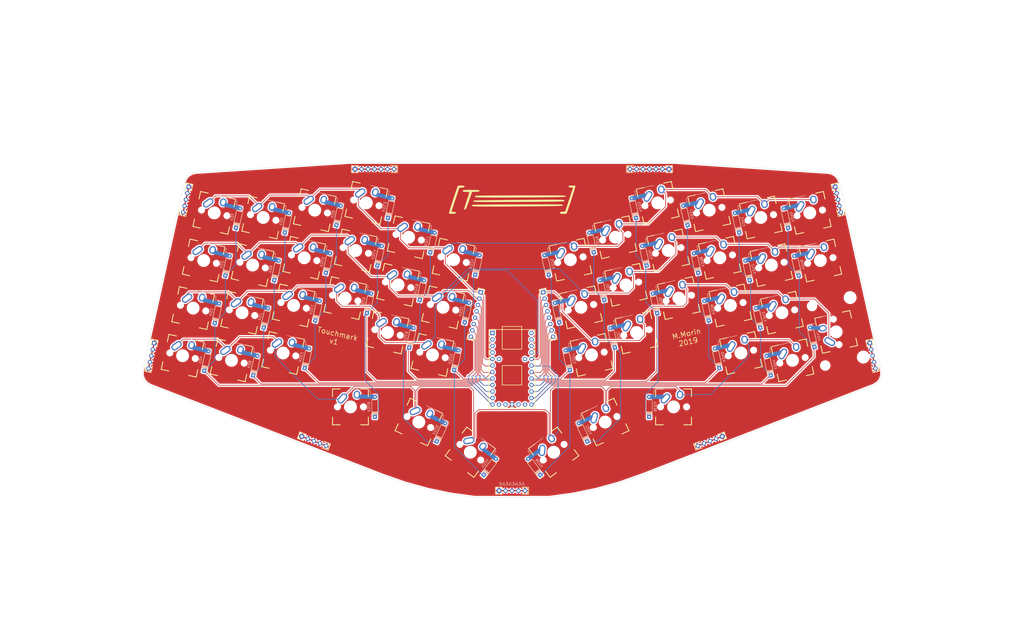
<source format=kicad_pcb>
(kicad_pcb (version 20171130) (host pcbnew "(5.1.4)-1")
  (layers (0 F.Cu signal) (31 B.Cu signal) (34 B.Paste user) (35 F.Paste user) (36 B.SilkS user) (37 F.SilkS user) (38 B.Mask user) (39 F.Mask user) (44 Edge.Cuts user))
  (net 0 "")
  (net 1 /C0)
  (net 2 /R0)
  (net 3 /R1)
  (net 4 /R2)
  (net 5 /R3)
  (net 6 /C1)
  (net 7 /C2)
  (net 8 /C3)
  (net 9 /C4)
  (net 10 /C5)
  (net 11 /C6)
  (net 12 /C7)
  (net 13 /C8)
  (net 14 /C9)
  (net 15 /C10)
  (net 16 /C11)
  (net 17 GND)
  (module logos:touchmark-anon (layer F.Cu) (at 0 -72)
    (fp_text reference G*** hide)
    (fp_text value LOGO hide)
  )
  (module keyboard-parts:header_1x05_2.54mm (layer F.Cu) (at 82.113745 20.461628 291.2)
    (fp_text reference J6 hide)
    (fp_text value Conn_01x05)
    (pad 5 thru_hole oval (at 0 10.16 291.2) (size 1.7 1.7) (drill 1) (layers *.Cu *.Mask) (net 17 GND))
    (pad 4 thru_hole oval (at 0 7.62 291.2) (size 1.7 1.7) (drill 1) (layers *.Cu *.Mask) (net 17 GND))
    (pad 3 thru_hole oval (at 0 5.08 291.2) (size 1.7 1.7) (drill 1) (layers *.Cu *.Mask) (net 17 GND))
    (pad 2 thru_hole oval (at 0 2.54 291.2) (size 1.7 1.7) (drill 1) (layers *.Cu *.Mask) (net 17 GND))
    (pad 1 thru_hole rect (at 0 0 291.2) (size 1.7 1.7) (drill 1) (layers *.Cu *.Mask) (net 17 GND))
  )
  (module keyboard-parts:mxalps_w_diode_200U (layer F.Cu) (at 126.619311 -20.352656 102.5)
    (fp_text reference KD47 (at 0.000001 -7.14375 102.5) (layer B.SilkS) (effects (font (size 1.016 1.016) (thickness 0.1524)) (justify mirror)))
    (fp_text value switch-w-diode)
    (pad "" np_thru_hole circle (at -11.9 8.24 102.5) (size 4 4) (drill 4) (layers *.Cu *.Mask))
    (pad "" np_thru_hole circle (at 11.9 8.24 102.5) (size 4 4) (drill 4) (layers *.Cu *.Mask))
    (pad "" np_thru_hole circle (at -11.9 -7 102.5) (size 3.05 3.05) (drill 3.05) (layers *.Cu *.Mask))
    (pad "" np_thru_hole circle (at 11.9 -7 102.5) (size 3.05 3.05) (drill 3.05) (layers *.Cu *.Mask))
    (pad "" connect oval (at 3.9 -9.525 85.5) (size 1.6 5.6) (drill oval (offset 0 2)) (layers B.Cu))
    (pad 2 thru_hole rect (at -3.9 -9.525 102.5) (size 1.6 1.6) (drill 0.7) (layers *.Cu *.Mask) (net 16 /C11))
    (pad "" thru_hole circle (at 3.9 -9.525 102.5) (size 1.6 1.6) (drill 0.7) (layers *.Cu *.Mask))
    (pad 1 thru_hole oval (at -3.15468 -3.27025 60.6) (size 2.5 4.460001) (drill oval 1.5 3.460001) (layers *.Cu *.Mask) (net 4 /R2))
    (pad "" thru_hole oval (at 2.51968 -4.79044 98.6) (size 2.5 3.079999) (drill oval 1.5 2.08) (layers *.Cu *.Mask))
    (pad "" np_thru_hole circle (at 5.08 0 102.5) (size 1.7018 1.7018) (drill 1.7018) (layers *.Cu *.Mask))
    (pad "" np_thru_hole circle (at -5.08 0 102.5) (size 1.7018 1.7018) (drill 1.7018) (layers *.Cu *.Mask))
    (pad "" np_thru_hole circle (at 0 0 102.5) (size 3.9878 3.9878) (drill 3.9878) (layers *.Cu *.Mask))
  )
  (module keyboard-parts:mxalps_w_diode_L_100U (layer F.Cu) (at 120.434549 -48.250314 12.5)
    (fp_text reference KD46 (at -7.14375 -0.000001 102.5) (layer B.SilkS) (effects (font (size 1.016 1.016) (thickness 0.1524)) (justify mirror)))
    (fp_text value switch-w-diode)
    (pad "" thru_hole oval (at -3.15468 -3.27025 330.6) (size 2.5 4.460001) (drill oval 1.5 3.460001) (layers *.Cu *.Mask))
    (pad 1 thru_hole oval (at 2.51968 -4.79044 8.6) (size 2.5 3.079999) (drill oval 1.5 2.08) (layers *.Cu *.Mask) (net 3 /R1))
    (pad "" np_thru_hole circle (at -5.08 0 12.5) (size 1.7018 1.7018) (drill 1.7018) (layers *.Cu *.Mask))
    (pad "" np_thru_hole circle (at 5.08 0 12.5) (size 1.7018 1.7018) (drill 1.7018) (layers *.Cu *.Mask))
    (pad "" np_thru_hole circle (at 0 0 12.5) (size 3.9878 3.9878) (drill 3.9878) (layers *.Cu *.Mask))
    (pad 2 thru_hole rect (at -9.525 3.9 282.5) (size 1.6 1.6) (drill 0.7) (layers *.Cu *.Mask) (net 16 /C11))
    (pad "" thru_hole circle (at -9.525 -3.9 282.5) (size 1.6 1.6) (drill 0.7) (layers *.Cu *.Mask))
    (pad "" connect oval (at -9.525 -3.9 12.5) (size 8.6 1.6) (drill (offset 3.5 0)) (layers B.Cu))
  )
  (module keyboard-parts:mxalps_w_diode_L_100U (layer F.Cu) (at 116.311374 -66.848753 12.5)
    (fp_text reference KD45 (at -7.14375 -0.000001 102.5) (layer B.SilkS) (effects (font (size 1.016 1.016) (thickness 0.1524)) (justify mirror)))
    (fp_text value switch-w-diode)
    (pad "" thru_hole oval (at -3.15468 -3.27025 330.6) (size 2.5 4.460001) (drill oval 1.5 3.460001) (layers *.Cu *.Mask))
    (pad 1 thru_hole oval (at 2.51968 -4.79044 8.6) (size 2.5 3.079999) (drill oval 1.5 2.08) (layers *.Cu *.Mask) (net 2 /R0))
    (pad "" np_thru_hole circle (at -5.08 0 12.5) (size 1.7018 1.7018) (drill 1.7018) (layers *.Cu *.Mask))
    (pad "" np_thru_hole circle (at 5.08 0 12.5) (size 1.7018 1.7018) (drill 1.7018) (layers *.Cu *.Mask))
    (pad "" np_thru_hole circle (at 0 0 12.5) (size 3.9878 3.9878) (drill 3.9878) (layers *.Cu *.Mask))
    (pad 2 thru_hole rect (at -9.525 3.9 282.5) (size 1.6 1.6) (drill 0.7) (layers *.Cu *.Mask) (net 16 /C11))
    (pad "" thru_hole circle (at -9.525 -3.9 282.5) (size 1.6 1.6) (drill 0.7) (layers *.Cu *.Mask))
    (pad "" connect oval (at -9.525 -3.9 12.5) (size 8.6 1.6) (drill (offset 3.5 0)) (layers B.Cu))
  )
  (module keyboard-parts:mxalps_w_diode_L_100U (layer F.Cu) (at 109.567063 -9.255066 12.5)
    (fp_text reference KD44 (at -7.14375 -0.000001 102.5) (layer B.SilkS) (effects (font (size 1.016 1.016) (thickness 0.1524)) (justify mirror)))
    (fp_text value switch-w-diode)
    (pad "" thru_hole oval (at -3.15468 -3.27025 330.6) (size 2.5 4.460001) (drill oval 1.5 3.460001) (layers *.Cu *.Mask))
    (pad 1 thru_hole oval (at 2.51968 -4.79044 8.6) (size 2.5 3.079999) (drill oval 1.5 2.08) (layers *.Cu *.Mask) (net 5 /R3))
    (pad "" np_thru_hole circle (at -5.08 0 12.5) (size 1.7018 1.7018) (drill 1.7018) (layers *.Cu *.Mask))
    (pad "" np_thru_hole circle (at 5.08 0 12.5) (size 1.7018 1.7018) (drill 1.7018) (layers *.Cu *.Mask))
    (pad "" np_thru_hole circle (at 0 0 12.5) (size 3.9878 3.9878) (drill 3.9878) (layers *.Cu *.Mask))
    (pad 2 thru_hole rect (at -9.525 3.9 282.5) (size 1.6 1.6) (drill 0.7) (layers *.Cu *.Mask) (net 15 /C10))
    (pad "" thru_hole circle (at -9.525 -3.9 282.5) (size 1.6 1.6) (drill 0.7) (layers *.Cu *.Mask))
    (pad "" connect oval (at -9.525 -3.9 12.5) (size 8.6 1.6) (drill (offset 3.5 0)) (layers B.Cu))
  )
  (module keyboard-parts:mxalps_w_diode_L_100U (layer F.Cu) (at 105.443888 -27.853505 12.5)
    (fp_text reference KD43 (at -7.14375 -0.000001 102.5) (layer B.SilkS) (effects (font (size 1.016 1.016) (thickness 0.1524)) (justify mirror)))
    (fp_text value switch-w-diode)
    (pad "" thru_hole oval (at -3.15468 -3.27025 330.6) (size 2.5 4.460001) (drill oval 1.5 3.460001) (layers *.Cu *.Mask))
    (pad 1 thru_hole oval (at 2.51968 -4.79044 8.6) (size 2.5 3.079999) (drill oval 1.5 2.08) (layers *.Cu *.Mask) (net 4 /R2))
    (pad "" np_thru_hole circle (at -5.08 0 12.5) (size 1.7018 1.7018) (drill 1.7018) (layers *.Cu *.Mask))
    (pad "" np_thru_hole circle (at 5.08 0 12.5) (size 1.7018 1.7018) (drill 1.7018) (layers *.Cu *.Mask))
    (pad "" np_thru_hole circle (at 0 0 12.5) (size 3.9878 3.9878) (drill 3.9878) (layers *.Cu *.Mask))
    (pad 2 thru_hole rect (at -9.525 3.9 282.5) (size 1.6 1.6) (drill 0.7) (layers *.Cu *.Mask) (net 15 /C10))
    (pad "" thru_hole circle (at -9.525 -3.9 282.5) (size 1.6 1.6) (drill 0.7) (layers *.Cu *.Mask))
    (pad "" connect oval (at -9.525 -3.9 12.5) (size 8.6 1.6) (drill (offset 3.5 0)) (layers B.Cu))
  )
  (module keyboard-parts:mxalps_w_diode_L_100U (layer F.Cu) (at 101.320713 -46.451944 12.5)
    (fp_text reference KD42 (at -7.14375 -0.000001 102.5) (layer B.SilkS) (effects (font (size 1.016 1.016) (thickness 0.1524)) (justify mirror)))
    (fp_text value switch-w-diode)
    (pad "" thru_hole oval (at -3.15468 -3.27025 330.6) (size 2.5 4.460001) (drill oval 1.5 3.460001) (layers *.Cu *.Mask))
    (pad 1 thru_hole oval (at 2.51968 -4.79044 8.6) (size 2.5 3.079999) (drill oval 1.5 2.08) (layers *.Cu *.Mask) (net 3 /R1))
    (pad "" np_thru_hole circle (at -5.08 0 12.5) (size 1.7018 1.7018) (drill 1.7018) (layers *.Cu *.Mask))
    (pad "" np_thru_hole circle (at 5.08 0 12.5) (size 1.7018 1.7018) (drill 1.7018) (layers *.Cu *.Mask))
    (pad "" np_thru_hole circle (at 0 0 12.5) (size 3.9878 3.9878) (drill 3.9878) (layers *.Cu *.Mask))
    (pad 2 thru_hole rect (at -9.525 3.9 282.5) (size 1.6 1.6) (drill 0.7) (layers *.Cu *.Mask) (net 15 /C10))
    (pad "" thru_hole circle (at -9.525 -3.9 282.5) (size 1.6 1.6) (drill 0.7) (layers *.Cu *.Mask))
    (pad "" connect oval (at -9.525 -3.9 12.5) (size 8.6 1.6) (drill (offset 3.5 0)) (layers B.Cu))
  )
  (module keyboard-parts:mxalps_w_diode_L_100U (layer F.Cu) (at 97.197539 -65.050383 12.5)
    (fp_text reference KD41 (at -7.14375 -0.000001 102.5) (layer B.SilkS) (effects (font (size 1.016 1.016) (thickness 0.1524)) (justify mirror)))
    (fp_text value switch-w-diode)
    (pad "" thru_hole oval (at -3.15468 -3.27025 330.6) (size 2.5 4.460001) (drill oval 1.5 3.460001) (layers *.Cu *.Mask))
    (pad 1 thru_hole oval (at 2.51968 -4.79044 8.6) (size 2.5 3.079999) (drill oval 1.5 2.08) (layers *.Cu *.Mask) (net 2 /R0))
    (pad "" np_thru_hole circle (at -5.08 0 12.5) (size 1.7018 1.7018) (drill 1.7018) (layers *.Cu *.Mask))
    (pad "" np_thru_hole circle (at 5.08 0 12.5) (size 1.7018 1.7018) (drill 1.7018) (layers *.Cu *.Mask))
    (pad "" np_thru_hole circle (at 0 0 12.5) (size 3.9878 3.9878) (drill 3.9878) (layers *.Cu *.Mask))
    (pad 2 thru_hole rect (at -9.525 3.9 282.5) (size 1.6 1.6) (drill 0.7) (layers *.Cu *.Mask) (net 15 /C10))
    (pad "" thru_hole circle (at -9.525 -3.9 282.5) (size 1.6 1.6) (drill 0.7) (layers *.Cu *.Mask))
    (pad "" connect oval (at -9.525 -3.9 12.5) (size 8.6 1.6) (drill (offset 3.5 0)) (layers B.Cu))
  )
  (module keyboard-parts:mxalps_w_diode_L_100U (layer F.Cu) (at 89.422433 -12.106306 12.5)
    (fp_text reference KD40 (at -7.14375 -0.000001 102.5) (layer B.SilkS) (effects (font (size 1.016 1.016) (thickness 0.1524)) (justify mirror)))
    (fp_text value switch-w-diode)
    (pad "" thru_hole oval (at -3.15468 -3.27025 330.6) (size 2.5 4.460001) (drill oval 1.5 3.460001) (layers *.Cu *.Mask))
    (pad 1 thru_hole oval (at 2.51968 -4.79044 8.6) (size 2.5 3.079999) (drill oval 1.5 2.08) (layers *.Cu *.Mask) (net 5 /R3))
    (pad "" np_thru_hole circle (at -5.08 0 12.5) (size 1.7018 1.7018) (drill 1.7018) (layers *.Cu *.Mask))
    (pad "" np_thru_hole circle (at 5.08 0 12.5) (size 1.7018 1.7018) (drill 1.7018) (layers *.Cu *.Mask))
    (pad "" np_thru_hole circle (at 0 0 12.5) (size 3.9878 3.9878) (drill 3.9878) (layers *.Cu *.Mask))
    (pad 2 thru_hole rect (at -9.525 3.9 282.5) (size 1.6 1.6) (drill 0.7) (layers *.Cu *.Mask) (net 14 /C9))
    (pad "" thru_hole circle (at -9.525 -3.9 282.5) (size 1.6 1.6) (drill 0.7) (layers *.Cu *.Mask))
    (pad "" connect oval (at -9.525 -3.9 12.5) (size 8.6 1.6) (drill (offset 3.5 0)) (layers B.Cu))
  )
  (module keyboard-parts:mxalps_w_diode_L_100U (layer F.Cu) (at 85.299258 -30.704745 12.5)
    (fp_text reference KD39 (at -7.14375 -0.000001 102.5) (layer B.SilkS) (effects (font (size 1.016 1.016) (thickness 0.1524)) (justify mirror)))
    (fp_text value switch-w-diode)
    (pad "" thru_hole oval (at -3.15468 -3.27025 330.6) (size 2.5 4.460001) (drill oval 1.5 3.460001) (layers *.Cu *.Mask))
    (pad 1 thru_hole oval (at 2.51968 -4.79044 8.6) (size 2.5 3.079999) (drill oval 1.5 2.08) (layers *.Cu *.Mask) (net 4 /R2))
    (pad "" np_thru_hole circle (at -5.08 0 12.5) (size 1.7018 1.7018) (drill 1.7018) (layers *.Cu *.Mask))
    (pad "" np_thru_hole circle (at 5.08 0 12.5) (size 1.7018 1.7018) (drill 1.7018) (layers *.Cu *.Mask))
    (pad "" np_thru_hole circle (at 0 0 12.5) (size 3.9878 3.9878) (drill 3.9878) (layers *.Cu *.Mask))
    (pad 2 thru_hole rect (at -9.525 3.9 282.5) (size 1.6 1.6) (drill 0.7) (layers *.Cu *.Mask) (net 14 /C9))
    (pad "" thru_hole circle (at -9.525 -3.9 282.5) (size 1.6 1.6) (drill 0.7) (layers *.Cu *.Mask))
    (pad "" connect oval (at -9.525 -3.9 12.5) (size 8.6 1.6) (drill (offset 3.5 0)) (layers B.Cu))
  )
  (module keyboard-parts:mxalps_w_diode_L_100U (layer F.Cu) (at 81.176084 -49.303184 12.5)
    (fp_text reference KD38 (at -7.14375 -0.000001 102.5) (layer B.SilkS) (effects (font (size 1.016 1.016) (thickness 0.1524)) (justify mirror)))
    (fp_text value switch-w-diode)
    (pad "" thru_hole oval (at -3.15468 -3.27025 330.6) (size 2.5 4.460001) (drill oval 1.5 3.460001) (layers *.Cu *.Mask))
    (pad 1 thru_hole oval (at 2.51968 -4.79044 8.6) (size 2.5 3.079999) (drill oval 1.5 2.08) (layers *.Cu *.Mask) (net 3 /R1))
    (pad "" np_thru_hole circle (at -5.08 0 12.5) (size 1.7018 1.7018) (drill 1.7018) (layers *.Cu *.Mask))
    (pad "" np_thru_hole circle (at 5.08 0 12.5) (size 1.7018 1.7018) (drill 1.7018) (layers *.Cu *.Mask))
    (pad "" np_thru_hole circle (at 0 0 12.5) (size 3.9878 3.9878) (drill 3.9878) (layers *.Cu *.Mask))
    (pad 2 thru_hole rect (at -9.525 3.9 282.5) (size 1.6 1.6) (drill 0.7) (layers *.Cu *.Mask) (net 14 /C9))
    (pad "" thru_hole circle (at -9.525 -3.9 282.5) (size 1.6 1.6) (drill 0.7) (layers *.Cu *.Mask))
    (pad "" connect oval (at -9.525 -3.9 12.5) (size 8.6 1.6) (drill (offset 3.5 0)) (layers B.Cu))
  )
  (module keyboard-parts:mxalps_w_diode_L_100U (layer F.Cu) (at 77.052909 -67.901623 12.5)
    (fp_text reference KD37 (at -7.14375 -0.000001 102.5) (layer B.SilkS) (effects (font (size 1.016 1.016) (thickness 0.1524)) (justify mirror)))
    (fp_text value switch-w-diode)
    (pad "" thru_hole oval (at -3.15468 -3.27025 330.6) (size 2.5 4.460001) (drill oval 1.5 3.460001) (layers *.Cu *.Mask))
    (pad 1 thru_hole oval (at 2.51968 -4.79044 8.6) (size 2.5 3.079999) (drill oval 1.5 2.08) (layers *.Cu *.Mask) (net 2 /R0))
    (pad "" np_thru_hole circle (at -5.08 0 12.5) (size 1.7018 1.7018) (drill 1.7018) (layers *.Cu *.Mask))
    (pad "" np_thru_hole circle (at 5.08 0 12.5) (size 1.7018 1.7018) (drill 1.7018) (layers *.Cu *.Mask))
    (pad "" np_thru_hole circle (at 0 0 12.5) (size 3.9878 3.9878) (drill 3.9878) (layers *.Cu *.Mask))
    (pad 2 thru_hole rect (at -9.525 3.9 282.5) (size 1.6 1.6) (drill 0.7) (layers *.Cu *.Mask) (net 14 /C9))
    (pad "" thru_hole circle (at -9.525 -3.9 282.5) (size 1.6 1.6) (drill 0.7) (layers *.Cu *.Mask))
    (pad "" connect oval (at -9.525 -3.9 12.5) (size 8.6 1.6) (drill (offset 3.5 0)) (layers B.Cu))
  )
  (module keyboard-parts:mxalps_w_diode_L_125U (layer F.Cu) (at 63.103178 8.929695)
    (fp_text reference KD36 (at -7.14375 0 90) (layer B.SilkS) (effects (font (size 1.016 1.016) (thickness 0.1524)) (justify mirror)))
    (fp_text value switch-w-diode)
    (pad "" connect oval (at -9.525 -3.9) (size 8.6 1.6) (drill (offset 3.5 0)) (layers B.Cu))
    (pad "" thru_hole circle (at -9.525 -3.9 270) (size 1.6 1.6) (drill 0.7) (layers *.Cu *.Mask))
    (pad 2 thru_hole rect (at -9.525 3.9 270) (size 1.6 1.6) (drill 0.7) (layers *.Cu *.Mask) (net 13 /C8))
    (pad "" np_thru_hole circle (at 0 0) (size 3.9878 3.9878) (drill 3.9878) (layers *.Cu *.Mask))
    (pad "" np_thru_hole circle (at 5.08 0) (size 1.7018 1.7018) (drill 1.7018) (layers *.Cu *.Mask))
    (pad "" np_thru_hole circle (at -5.08 0) (size 1.7018 1.7018) (drill 1.7018) (layers *.Cu *.Mask))
    (pad 1 thru_hole oval (at 2.51968 -4.79044 356.1) (size 2.5 3.079999) (drill oval 1.5 2.08) (layers *.Cu *.Mask) (net 5 /R3))
    (pad "" thru_hole oval (at -3.15468 -3.27025 318.1) (size 2.5 4.460001) (drill oval 1.5 3.460001) (layers *.Cu *.Mask))
  )
  (module keyboard-parts:mxalps_w_diode_L_100U (layer F.Cu) (at 65.154626 -33.556001 12.5)
    (fp_text reference KD35 (at -7.14375 -0.000001 102.5) (layer B.SilkS) (effects (font (size 1.016 1.016) (thickness 0.1524)) (justify mirror)))
    (fp_text value switch-w-diode)
    (pad "" thru_hole oval (at -3.15468 -3.27025 330.6) (size 2.5 4.460001) (drill oval 1.5 3.460001) (layers *.Cu *.Mask))
    (pad 1 thru_hole oval (at 2.51968 -4.79044 8.6) (size 2.5 3.079999) (drill oval 1.5 2.08) (layers *.Cu *.Mask) (net 4 /R2))
    (pad "" np_thru_hole circle (at -5.08 0 12.5) (size 1.7018 1.7018) (drill 1.7018) (layers *.Cu *.Mask))
    (pad "" np_thru_hole circle (at 5.08 0 12.5) (size 1.7018 1.7018) (drill 1.7018) (layers *.Cu *.Mask))
    (pad "" np_thru_hole circle (at 0 0 12.5) (size 3.9878 3.9878) (drill 3.9878) (layers *.Cu *.Mask))
    (pad 2 thru_hole rect (at -9.525 3.9 282.5) (size 1.6 1.6) (drill 0.7) (layers *.Cu *.Mask) (net 13 /C8))
    (pad "" thru_hole circle (at -9.525 -3.9 282.5) (size 1.6 1.6) (drill 0.7) (layers *.Cu *.Mask))
    (pad "" connect oval (at -9.525 -3.9 12.5) (size 8.6 1.6) (drill (offset 3.5 0)) (layers B.Cu))
  )
  (module keyboard-parts:mxalps_w_diode_L_100U (layer F.Cu) (at 61.031447 -52.154455 12.5)
    (fp_text reference KD34 (at -7.14375 -0.000001 102.5) (layer B.SilkS) (effects (font (size 1.016 1.016) (thickness 0.1524)) (justify mirror)))
    (fp_text value switch-w-diode)
    (pad "" thru_hole oval (at -3.15468 -3.27025 330.6) (size 2.5 4.460001) (drill oval 1.5 3.460001) (layers *.Cu *.Mask))
    (pad 1 thru_hole oval (at 2.51968 -4.79044 8.6) (size 2.5 3.079999) (drill oval 1.5 2.08) (layers *.Cu *.Mask) (net 3 /R1))
    (pad "" np_thru_hole circle (at -5.08 0 12.5) (size 1.7018 1.7018) (drill 1.7018) (layers *.Cu *.Mask))
    (pad "" np_thru_hole circle (at 5.08 0 12.5) (size 1.7018 1.7018) (drill 1.7018) (layers *.Cu *.Mask))
    (pad "" np_thru_hole circle (at 0 0 12.5) (size 3.9878 3.9878) (drill 3.9878) (layers *.Cu *.Mask))
    (pad 2 thru_hole rect (at -9.525 3.9 282.5) (size 1.6 1.6) (drill 0.7) (layers *.Cu *.Mask) (net 13 /C8))
    (pad "" thru_hole circle (at -9.525 -3.9 282.5) (size 1.6 1.6) (drill 0.7) (layers *.Cu *.Mask))
    (pad "" connect oval (at -9.525 -3.9 12.5) (size 8.6 1.6) (drill (offset 3.5 0)) (layers B.Cu))
  )
  (module keyboard-parts:mxalps_w_diode_L_100U (layer F.Cu) (at 56.90828 -70.752863 12.5)
    (fp_text reference KD33 (at -7.14375 -0.000001 102.5) (layer B.SilkS) (effects (font (size 1.016 1.016) (thickness 0.1524)) (justify mirror)))
    (fp_text value switch-w-diode)
    (pad "" thru_hole oval (at -3.15468 -3.27025 330.6) (size 2.5 4.460001) (drill oval 1.5 3.460001) (layers *.Cu *.Mask))
    (pad 1 thru_hole oval (at 2.51968 -4.79044 8.6) (size 2.5 3.079999) (drill oval 1.5 2.08) (layers *.Cu *.Mask) (net 2 /R0))
    (pad "" np_thru_hole circle (at -5.08 0 12.5) (size 1.7018 1.7018) (drill 1.7018) (layers *.Cu *.Mask))
    (pad "" np_thru_hole circle (at 5.08 0 12.5) (size 1.7018 1.7018) (drill 1.7018) (layers *.Cu *.Mask))
    (pad "" np_thru_hole circle (at 0 0 12.5) (size 3.9878 3.9878) (drill 3.9878) (layers *.Cu *.Mask))
    (pad 2 thru_hole rect (at -9.525 3.9 282.5) (size 1.6 1.6) (drill 0.7) (layers *.Cu *.Mask) (net 13 /C8))
    (pad "" thru_hole circle (at -9.525 -3.9 282.5) (size 1.6 1.6) (drill 0.7) (layers *.Cu *.Mask))
    (pad "" connect oval (at -9.525 -3.9 12.5) (size 8.6 1.6) (drill (offset 3.5 0)) (layers B.Cu))
  )
  (module keyboard-parts:mxalps_w_diode_L_125U (layer F.Cu) (at 36.38074 14.853917 25)
    (fp_text reference KD32 (at -7.14375 0 115) (layer B.SilkS) (effects (font (size 1.016 1.016) (thickness 0.1524)) (justify mirror)))
    (fp_text value switch-w-diode)
    (pad "" connect oval (at -9.525 -3.9 25) (size 8.6 1.6) (drill (offset 3.5 0)) (layers B.Cu))
    (pad "" thru_hole circle (at -9.525 -3.9 295) (size 1.6 1.6) (drill 0.7) (layers *.Cu *.Mask))
    (pad 2 thru_hole rect (at -9.525 3.9 295) (size 1.6 1.6) (drill 0.7) (layers *.Cu *.Mask) (net 12 /C7))
    (pad "" np_thru_hole circle (at 0 0 25) (size 3.9878 3.9878) (drill 3.9878) (layers *.Cu *.Mask))
    (pad "" np_thru_hole circle (at 5.08 0 25) (size 1.7018 1.7018) (drill 1.7018) (layers *.Cu *.Mask))
    (pad "" np_thru_hole circle (at -5.08 0 25) (size 1.7018 1.7018) (drill 1.7018) (layers *.Cu *.Mask))
    (pad 1 thru_hole oval (at 2.51968 -4.79044 21.1) (size 2.5 3.079999) (drill oval 1.5 2.08) (layers *.Cu *.Mask) (net 5 /R3))
    (pad "" thru_hole oval (at -3.15468 -3.27025 343.1) (size 2.5 4.460001) (drill oval 1.5 3.460001) (layers *.Cu *.Mask))
  )
  (module keyboard-parts:mxalps_w_diode_L_100U (layer F.Cu) (at 48.617777 -20.133591 12.5)
    (fp_text reference KD31 (at -7.14375 -0.000001 102.5) (layer B.SilkS) (effects (font (size 1.016 1.016) (thickness 0.1524)) (justify mirror)))
    (fp_text value switch-w-diode)
    (pad "" thru_hole oval (at -3.15468 -3.27025 330.6) (size 2.5 4.460001) (drill oval 1.5 3.460001) (layers *.Cu *.Mask))
    (pad 1 thru_hole oval (at 2.51968 -4.79044 8.6) (size 2.5 3.079999) (drill oval 1.5 2.08) (layers *.Cu *.Mask) (net 4 /R2))
    (pad "" np_thru_hole circle (at -5.08 0 12.5) (size 1.7018 1.7018) (drill 1.7018) (layers *.Cu *.Mask))
    (pad "" np_thru_hole circle (at 5.08 0 12.5) (size 1.7018 1.7018) (drill 1.7018) (layers *.Cu *.Mask))
    (pad "" np_thru_hole circle (at 0 0 12.5) (size 3.9878 3.9878) (drill 3.9878) (layers *.Cu *.Mask))
    (pad 2 thru_hole rect (at -9.525 3.9 282.5) (size 1.6 1.6) (drill 0.7) (layers *.Cu *.Mask) (net 12 /C7))
    (pad "" thru_hole circle (at -9.525 -3.9 282.5) (size 1.6 1.6) (drill 0.7) (layers *.Cu *.Mask))
    (pad "" connect oval (at -9.525 -3.9 12.5) (size 8.6 1.6) (drill (offset 3.5 0)) (layers B.Cu))
  )
  (module keyboard-parts:mxalps_w_diode_L_100U (layer F.Cu) (at 40.371428 -57.330469 12.5)
    (fp_text reference KD29 (at -7.14375 -0.000001 102.5) (layer B.SilkS) (effects (font (size 1.016 1.016) (thickness 0.1524)) (justify mirror)))
    (fp_text value switch-w-diode)
    (pad "" thru_hole oval (at -3.15468 -3.27025 330.6) (size 2.5 4.460001) (drill oval 1.5 3.460001) (layers *.Cu *.Mask))
    (pad 1 thru_hole oval (at 2.51968 -4.79044 8.6) (size 2.5 3.079999) (drill oval 1.5 2.08) (layers *.Cu *.Mask) (net 2 /R0))
    (pad "" np_thru_hole circle (at -5.08 0 12.5) (size 1.7018 1.7018) (drill 1.7018) (layers *.Cu *.Mask))
    (pad "" np_thru_hole circle (at 5.08 0 12.5) (size 1.7018 1.7018) (drill 1.7018) (layers *.Cu *.Mask))
    (pad "" np_thru_hole circle (at 0 0 12.5) (size 3.9878 3.9878) (drill 3.9878) (layers *.Cu *.Mask))
    (pad 2 thru_hole rect (at -9.525 3.9 282.5) (size 1.6 1.6) (drill 0.7) (layers *.Cu *.Mask) (net 12 /C7))
    (pad "" thru_hole circle (at -9.525 -3.9 282.5) (size 1.6 1.6) (drill 0.7) (layers *.Cu *.Mask))
    (pad "" connect oval (at -9.525 -3.9 12.5) (size 8.6 1.6) (drill (offset 3.5 0)) (layers B.Cu))
  )
  (module keyboard-parts:mxalps_w_diode_L_100U (layer F.Cu) (at 16.276143 26.643592 37)
    (fp_text reference KD28 (at -7.14375 0 127) (layer B.SilkS) (effects (font (size 1.016 1.016) (thickness 0.1524)) (justify mirror)))
    (fp_text value switch-w-diode)
    (pad "" thru_hole oval (at -3.15468 -3.27025 355.1) (size 2.5 4.460001) (drill oval 1.5 3.460001) (layers *.Cu *.Mask))
    (pad 1 thru_hole oval (at 2.51968 -4.79044 33.1) (size 2.5 3.079999) (drill oval 1.5 2.08) (layers *.Cu *.Mask) (net 5 /R3))
    (pad "" np_thru_hole circle (at -5.08 0 37) (size 1.7018 1.7018) (drill 1.7018) (layers *.Cu *.Mask))
    (pad "" np_thru_hole circle (at 5.08 0 37) (size 1.7018 1.7018) (drill 1.7018) (layers *.Cu *.Mask))
    (pad "" np_thru_hole circle (at 0 0 37) (size 3.9878 3.9878) (drill 3.9878) (layers *.Cu *.Mask))
    (pad 2 thru_hole rect (at -9.525 3.9 307) (size 1.6 1.6) (drill 0.7) (layers *.Cu *.Mask) (net 11 /C6))
    (pad "" thru_hole circle (at -9.525 -3.9 307) (size 1.6 1.6) (drill 0.7) (layers *.Cu *.Mask))
    (pad "" connect oval (at -9.525 -3.9 37) (size 8.6 1.6) (drill (offset 3.5 0)) (layers B.Cu))
  )
  (module keyboard-parts:mxalps_w_diode_L_100U (layer F.Cu) (at 31.050132 -11.360807 12.5)
    (fp_text reference KD27 (at -7.14375 -0.000001 102.5) (layer B.SilkS) (effects (font (size 1.016 1.016) (thickness 0.1524)) (justify mirror)))
    (fp_text value switch-w-diode)
    (pad "" thru_hole oval (at -3.15468 -3.27025 330.6) (size 2.5 4.460001) (drill oval 1.5 3.460001) (layers *.Cu *.Mask))
    (pad 1 thru_hole oval (at 2.51968 -4.79044 8.6) (size 2.5 3.079999) (drill oval 1.5 2.08) (layers *.Cu *.Mask) (net 4 /R2))
    (pad "" np_thru_hole circle (at -5.08 0 12.5) (size 1.7018 1.7018) (drill 1.7018) (layers *.Cu *.Mask))
    (pad "" np_thru_hole circle (at 5.08 0 12.5) (size 1.7018 1.7018) (drill 1.7018) (layers *.Cu *.Mask))
    (pad "" np_thru_hole circle (at 0 0 12.5) (size 3.9878 3.9878) (drill 3.9878) (layers *.Cu *.Mask))
    (pad 2 thru_hole rect (at -9.525 3.9 282.5) (size 1.6 1.6) (drill 0.7) (layers *.Cu *.Mask) (net 11 /C6))
    (pad "" thru_hole circle (at -9.525 -3.9 282.5) (size 1.6 1.6) (drill 0.7) (layers *.Cu *.Mask))
    (pad "" connect oval (at -9.525 -3.9 12.5) (size 8.6 1.6) (drill (offset 3.5 0)) (layers B.Cu))
  )
  (module keyboard-parts:mxalps_w_diode_L_100U (layer F.Cu) (at 26.926957 -29.959246 12.5)
    (fp_text reference KD26 (at -7.14375 -0.000001 102.5) (layer B.SilkS) (effects (font (size 1.016 1.016) (thickness 0.1524)) (justify mirror)))
    (fp_text value switch-w-diode)
    (pad "" thru_hole oval (at -3.15468 -3.27025 330.6) (size 2.5 4.460001) (drill oval 1.5 3.460001) (layers *.Cu *.Mask))
    (pad 1 thru_hole oval (at 2.51968 -4.79044 8.6) (size 2.5 3.079999) (drill oval 1.5 2.08) (layers *.Cu *.Mask) (net 3 /R1))
    (pad "" np_thru_hole circle (at -5.08 0 12.5) (size 1.7018 1.7018) (drill 1.7018) (layers *.Cu *.Mask))
    (pad "" np_thru_hole circle (at 5.08 0 12.5) (size 1.7018 1.7018) (drill 1.7018) (layers *.Cu *.Mask))
    (pad "" np_thru_hole circle (at 0 0 12.5) (size 3.9878 3.9878) (drill 3.9878) (layers *.Cu *.Mask))
    (pad 2 thru_hole rect (at -9.525 3.9 282.5) (size 1.6 1.6) (drill 0.7) (layers *.Cu *.Mask) (net 11 /C6))
    (pad "" thru_hole circle (at -9.525 -3.9 282.5) (size 1.6 1.6) (drill 0.7) (layers *.Cu *.Mask))
    (pad "" connect oval (at -9.525 -3.9 12.5) (size 8.6 1.6) (drill (offset 3.5 0)) (layers B.Cu))
  )
  (module keyboard-parts:mxalps_w_diode_L_100U (layer F.Cu) (at 22.803783 -48.557685 12.5)
    (fp_text reference KD25 (at -7.14375 -0.000001 102.5) (layer B.SilkS) (effects (font (size 1.016 1.016) (thickness 0.1524)) (justify mirror)))
    (fp_text value switch-w-diode)
    (pad "" thru_hole oval (at -3.15468 -3.27025 330.6) (size 2.5 4.460001) (drill oval 1.5 3.460001) (layers *.Cu *.Mask))
    (pad 1 thru_hole oval (at 2.51968 -4.79044 8.6) (size 2.5 3.079999) (drill oval 1.5 2.08) (layers *.Cu *.Mask) (net 2 /R0))
    (pad "" np_thru_hole circle (at -5.08 0 12.5) (size 1.7018 1.7018) (drill 1.7018) (layers *.Cu *.Mask))
    (pad "" np_thru_hole circle (at 5.08 0 12.5) (size 1.7018 1.7018) (drill 1.7018) (layers *.Cu *.Mask))
    (pad "" np_thru_hole circle (at 0 0 12.5) (size 3.9878 3.9878) (drill 3.9878) (layers *.Cu *.Mask))
    (pad 2 thru_hole rect (at -9.525 3.9 282.5) (size 1.6 1.6) (drill 0.7) (layers *.Cu *.Mask) (net 11 /C6))
    (pad "" thru_hole circle (at -9.525 -3.9 282.5) (size 1.6 1.6) (drill 0.7) (layers *.Cu *.Mask))
    (pad "" connect oval (at -9.525 -3.9 12.5) (size 8.6 1.6) (drill (offset 3.5 0)) (layers B.Cu))
  )
  (module keyboard-parts:mxalps_w_diode_R_100U (layer F.Cu) (at -16.276143 26.643592 323)
    (fp_text reference KD24 (at 7.14375 0 233 unlocked) (layer B.SilkS) (effects (font (size 1.016 1.016) (thickness 0.1524)) (justify mirror)))
    (fp_text value switch-w-diode)
    (pad "" connect oval (at 9.525 -3.9 321.8) (size 8.6 1.6) (drill (offset -3.5 0)) (layers B.Cu))
    (pad "" thru_hole circle (at 9.525 -3.9 53) (size 1.6 1.6) (drill 0.7) (layers *.Cu *.Mask))
    (pad 2 thru_hole rect (at 9.525 3.9 53) (size 1.6 1.6) (drill 0.7) (layers *.Cu *.Mask) (net 10 /C5))
    (pad "" np_thru_hole circle (at 0 0 323) (size 3.9878 3.9878) (drill 3.9878) (layers *.Cu *.Mask))
    (pad "" np_thru_hole circle (at -5.08 0 323) (size 1.7018 1.7018) (drill 1.7018) (layers *.Cu *.Mask))
    (pad "" np_thru_hole circle (at 5.08 0 323) (size 1.7018 1.7018) (drill 1.7018) (layers *.Cu *.Mask))
    (pad "" thru_hole oval (at 2.51968 -4.79044 319.1) (size 2.5 3.079999) (drill oval 1.5 2.08) (layers *.Cu *.Mask))
    (pad 1 thru_hole oval (at -3.15468 -3.27025 281.1) (size 2.5 4.460001) (drill oval 1.5 3.460001) (layers *.Cu *.Mask) (net 5 /R3))
  )
  (module keyboard-parts:mxalps_w_diode_R_100U (layer F.Cu) (at -31.050131 -11.360807 347.5)
    (fp_text reference KD23 (at 7.14375 -0.000001 257.5 unlocked) (layer B.SilkS) (effects (font (size 1.016 1.016) (thickness 0.1524)) (justify mirror)))
    (fp_text value switch-w-diode)
    (pad "" connect oval (at 9.525 -3.9 346.3) (size 8.6 1.6) (drill (offset -3.5 0)) (layers B.Cu))
    (pad "" thru_hole circle (at 9.525 -3.9 77.5) (size 1.6 1.6) (drill 0.7) (layers *.Cu *.Mask))
    (pad 2 thru_hole rect (at 9.525 3.9 77.5) (size 1.6 1.6) (drill 0.7) (layers *.Cu *.Mask) (net 10 /C5))
    (pad "" np_thru_hole circle (at 0 0 347.5) (size 3.9878 3.9878) (drill 3.9878) (layers *.Cu *.Mask))
    (pad "" np_thru_hole circle (at -5.08 0 347.5) (size 1.7018 1.7018) (drill 1.7018) (layers *.Cu *.Mask))
    (pad "" np_thru_hole circle (at 5.08 0 347.5) (size 1.7018 1.7018) (drill 1.7018) (layers *.Cu *.Mask))
    (pad "" thru_hole oval (at 2.51968 -4.79044 343.6) (size 2.5 3.079999) (drill oval 1.5 2.08) (layers *.Cu *.Mask))
    (pad 1 thru_hole oval (at -3.15468 -3.27025 305.6) (size 2.5 4.460001) (drill oval 1.5 3.460001) (layers *.Cu *.Mask) (net 4 /R2))
  )
  (module keyboard-parts:mxalps_w_diode_R_100U (layer F.Cu) (at -26.926957 -29.959246 347.5)
    (fp_text reference KD22 (at 7.14375 -0.000001 257.5 unlocked) (layer B.SilkS) (effects (font (size 1.016 1.016) (thickness 0.1524)) (justify mirror)))
    (fp_text value switch-w-diode)
    (pad "" connect oval (at 9.525 -3.9 346.3) (size 8.6 1.6) (drill (offset -3.5 0)) (layers B.Cu))
    (pad "" thru_hole circle (at 9.525 -3.9 77.5) (size 1.6 1.6) (drill 0.7) (layers *.Cu *.Mask))
    (pad 2 thru_hole rect (at 9.525 3.9 77.5) (size 1.6 1.6) (drill 0.7) (layers *.Cu *.Mask) (net 10 /C5))
    (pad "" np_thru_hole circle (at 0 0 347.5) (size 3.9878 3.9878) (drill 3.9878) (layers *.Cu *.Mask))
    (pad "" np_thru_hole circle (at -5.08 0 347.5) (size 1.7018 1.7018) (drill 1.7018) (layers *.Cu *.Mask))
    (pad "" np_thru_hole circle (at 5.08 0 347.5) (size 1.7018 1.7018) (drill 1.7018) (layers *.Cu *.Mask))
    (pad "" thru_hole oval (at 2.51968 -4.79044 343.6) (size 2.5 3.079999) (drill oval 1.5 2.08) (layers *.Cu *.Mask))
    (pad 1 thru_hole oval (at -3.15468 -3.27025 305.6) (size 2.5 4.460001) (drill oval 1.5 3.460001) (layers *.Cu *.Mask) (net 3 /R1))
  )
  (module keyboard-parts:mxalps_w_diode_R_100U (layer F.Cu) (at -22.803783 -48.557685 347.5)
    (fp_text reference KD21 (at 7.14375 -0.000001 257.5 unlocked) (layer B.SilkS) (effects (font (size 1.016 1.016) (thickness 0.1524)) (justify mirror)))
    (fp_text value switch-w-diode)
    (pad "" connect oval (at 9.525 -3.9 346.3) (size 8.6 1.6) (drill (offset -3.5 0)) (layers B.Cu))
    (pad "" thru_hole circle (at 9.525 -3.9 77.5) (size 1.6 1.6) (drill 0.7) (layers *.Cu *.Mask))
    (pad 2 thru_hole rect (at 9.525 3.9 77.5) (size 1.6 1.6) (drill 0.7) (layers *.Cu *.Mask) (net 10 /C5))
    (pad "" np_thru_hole circle (at 0 0 347.5) (size 3.9878 3.9878) (drill 3.9878) (layers *.Cu *.Mask))
    (pad "" np_thru_hole circle (at -5.08 0 347.5) (size 1.7018 1.7018) (drill 1.7018) (layers *.Cu *.Mask))
    (pad "" np_thru_hole circle (at 5.08 0 347.5) (size 1.7018 1.7018) (drill 1.7018) (layers *.Cu *.Mask))
    (pad "" thru_hole oval (at 2.51968 -4.79044 343.6) (size 2.5 3.079999) (drill oval 1.5 2.08) (layers *.Cu *.Mask))
    (pad 1 thru_hole oval (at -3.15468 -3.27025 305.6) (size 2.5 4.460001) (drill oval 1.5 3.460001) (layers *.Cu *.Mask) (net 2 /R0))
  )
  (module keyboard-parts:mxalps_w_diode_R_100U (layer F.Cu) (at -48.617777 -20.133591 347.5)
    (fp_text reference KD19 (at 7.14375 -0.000001 257.5 unlocked) (layer B.SilkS) (effects (font (size 1.016 1.016) (thickness 0.1524)) (justify mirror)))
    (fp_text value switch-w-diode)
    (pad "" connect oval (at 9.525 -3.9 346.3) (size 8.6 1.6) (drill (offset -3.5 0)) (layers B.Cu))
    (pad "" thru_hole circle (at 9.525 -3.9 77.5) (size 1.6 1.6) (drill 0.7) (layers *.Cu *.Mask))
    (pad 2 thru_hole rect (at 9.525 3.9 77.5) (size 1.6 1.6) (drill 0.7) (layers *.Cu *.Mask) (net 9 /C4))
    (pad "" np_thru_hole circle (at 0 0 347.5) (size 3.9878 3.9878) (drill 3.9878) (layers *.Cu *.Mask))
    (pad "" np_thru_hole circle (at -5.08 0 347.5) (size 1.7018 1.7018) (drill 1.7018) (layers *.Cu *.Mask))
    (pad "" np_thru_hole circle (at 5.08 0 347.5) (size 1.7018 1.7018) (drill 1.7018) (layers *.Cu *.Mask))
    (pad "" thru_hole oval (at 2.51968 -4.79044 343.6) (size 2.5 3.079999) (drill oval 1.5 2.08) (layers *.Cu *.Mask))
    (pad 1 thru_hole oval (at -3.15468 -3.27025 305.6) (size 2.5 4.460001) (drill oval 1.5 3.460001) (layers *.Cu *.Mask) (net 4 /R2))
  )
  (module keyboard-parts:mxalps_w_diode_R_100U (layer F.Cu) (at -44.494603 -38.73203 347.5)
    (fp_text reference KD18 (at 7.14375 -0.000001 257.5 unlocked) (layer B.SilkS) (effects (font (size 1.016 1.016) (thickness 0.1524)) (justify mirror)))
    (fp_text value switch-w-diode)
    (pad "" connect oval (at 9.525 -3.9 346.3) (size 8.6 1.6) (drill (offset -3.5 0)) (layers B.Cu))
    (pad "" thru_hole circle (at 9.525 -3.9 77.5) (size 1.6 1.6) (drill 0.7) (layers *.Cu *.Mask))
    (pad 2 thru_hole rect (at 9.525 3.9 77.5) (size 1.6 1.6) (drill 0.7) (layers *.Cu *.Mask) (net 9 /C4))
    (pad "" np_thru_hole circle (at 0 0 347.5) (size 3.9878 3.9878) (drill 3.9878) (layers *.Cu *.Mask))
    (pad "" np_thru_hole circle (at -5.08 0 347.5) (size 1.7018 1.7018) (drill 1.7018) (layers *.Cu *.Mask))
    (pad "" np_thru_hole circle (at 5.08 0 347.5) (size 1.7018 1.7018) (drill 1.7018) (layers *.Cu *.Mask))
    (pad "" thru_hole oval (at 2.51968 -4.79044 343.6) (size 2.5 3.079999) (drill oval 1.5 2.08) (layers *.Cu *.Mask))
    (pad 1 thru_hole oval (at -3.15468 -3.27025 305.6) (size 2.5 4.460001) (drill oval 1.5 3.460001) (layers *.Cu *.Mask) (net 3 /R1))
  )
  (module keyboard-parts:mxalps_w_diode_R_100U (layer F.Cu) (at -40.371428 -57.330469 347.5)
    (fp_text reference KD17 (at 7.14375 -0.000001 257.5 unlocked) (layer B.SilkS) (effects (font (size 1.016 1.016) (thickness 0.1524)) (justify mirror)))
    (fp_text value switch-w-diode)
    (pad "" connect oval (at 9.525 -3.9 346.3) (size 8.6 1.6) (drill (offset -3.5 0)) (layers B.Cu))
    (pad "" thru_hole circle (at 9.525 -3.9 77.5) (size 1.6 1.6) (drill 0.7) (layers *.Cu *.Mask))
    (pad 2 thru_hole rect (at 9.525 3.9 77.5) (size 1.6 1.6) (drill 0.7) (layers *.Cu *.Mask) (net 9 /C4))
    (pad "" np_thru_hole circle (at 0 0 347.5) (size 3.9878 3.9878) (drill 3.9878) (layers *.Cu *.Mask))
    (pad "" np_thru_hole circle (at -5.08 0 347.5) (size 1.7018 1.7018) (drill 1.7018) (layers *.Cu *.Mask))
    (pad "" np_thru_hole circle (at 5.08 0 347.5) (size 1.7018 1.7018) (drill 1.7018) (layers *.Cu *.Mask))
    (pad "" thru_hole oval (at 2.51968 -4.79044 343.6) (size 2.5 3.079999) (drill oval 1.5 2.08) (layers *.Cu *.Mask))
    (pad 1 thru_hole oval (at -3.15468 -3.27025 305.6) (size 2.5 4.460001) (drill oval 1.5 3.460001) (layers *.Cu *.Mask) (net 2 /R0))
  )
  (module keyboard-parts:mxalps_w_diode_R_100U (layer F.Cu) (at -65.154629 -33.555985 347.5)
    (fp_text reference KD15 (at 7.14375 -0.000001 257.5 unlocked) (layer B.SilkS) (effects (font (size 1.016 1.016) (thickness 0.1524)) (justify mirror)))
    (fp_text value switch-w-diode)
    (pad "" connect oval (at 9.525 -3.9 346.3) (size 8.6 1.6) (drill (offset -3.5 0)) (layers B.Cu))
    (pad "" thru_hole circle (at 9.525 -3.9 77.5) (size 1.6 1.6) (drill 0.7) (layers *.Cu *.Mask))
    (pad 2 thru_hole rect (at 9.525 3.9 77.5) (size 1.6 1.6) (drill 0.7) (layers *.Cu *.Mask) (net 8 /C3))
    (pad "" np_thru_hole circle (at 0 0 347.5) (size 3.9878 3.9878) (drill 3.9878) (layers *.Cu *.Mask))
    (pad "" np_thru_hole circle (at -5.08 0 347.5) (size 1.7018 1.7018) (drill 1.7018) (layers *.Cu *.Mask))
    (pad "" np_thru_hole circle (at 5.08 0 347.5) (size 1.7018 1.7018) (drill 1.7018) (layers *.Cu *.Mask))
    (pad "" thru_hole oval (at 2.51968 -4.79044 343.6) (size 2.5 3.079999) (drill oval 1.5 2.08) (layers *.Cu *.Mask))
    (pad 1 thru_hole oval (at -3.15468 -3.27025 305.6) (size 2.5 4.460001) (drill oval 1.5 3.460001) (layers *.Cu *.Mask) (net 4 /R2))
  )
  (module keyboard-parts:mxalps_w_diode_R_100U (layer F.Cu) (at -61.031454 -52.154424 347.5)
    (fp_text reference KD14 (at 7.14375 -0.000001 257.5 unlocked) (layer B.SilkS) (effects (font (size 1.016 1.016) (thickness 0.1524)) (justify mirror)))
    (fp_text value switch-w-diode)
    (pad "" connect oval (at 9.525 -3.9 346.3) (size 8.6 1.6) (drill (offset -3.5 0)) (layers B.Cu))
    (pad "" thru_hole circle (at 9.525 -3.9 77.5) (size 1.6 1.6) (drill 0.7) (layers *.Cu *.Mask))
    (pad 2 thru_hole rect (at 9.525 3.9 77.5) (size 1.6 1.6) (drill 0.7) (layers *.Cu *.Mask) (net 8 /C3))
    (pad "" np_thru_hole circle (at 0 0 347.5) (size 3.9878 3.9878) (drill 3.9878) (layers *.Cu *.Mask))
    (pad "" np_thru_hole circle (at -5.08 0 347.5) (size 1.7018 1.7018) (drill 1.7018) (layers *.Cu *.Mask))
    (pad "" np_thru_hole circle (at 5.08 0 347.5) (size 1.7018 1.7018) (drill 1.7018) (layers *.Cu *.Mask))
    (pad "" thru_hole oval (at 2.51968 -4.79044 343.6) (size 2.5 3.079999) (drill oval 1.5 2.08) (layers *.Cu *.Mask))
    (pad 1 thru_hole oval (at -3.15468 -3.27025 305.6) (size 2.5 4.460001) (drill oval 1.5 3.460001) (layers *.Cu *.Mask) (net 3 /R1))
  )
  (module keyboard-parts:mxalps_w_diode_R_100U (layer F.Cu) (at -56.90828 -70.752863 347.5)
    (fp_text reference KD13 (at 7.14375 -0.000001 257.5 unlocked) (layer B.SilkS) (effects (font (size 1.016 1.016) (thickness 0.1524)) (justify mirror)))
    (fp_text value switch-w-diode)
    (pad "" connect oval (at 9.525 -3.9 346.3) (size 8.6 1.6) (drill (offset -3.5 0)) (layers B.Cu))
    (pad "" thru_hole circle (at 9.525 -3.9 77.5) (size 1.6 1.6) (drill 0.7) (layers *.Cu *.Mask))
    (pad 2 thru_hole rect (at 9.525 3.9 77.5) (size 1.6 1.6) (drill 0.7) (layers *.Cu *.Mask) (net 8 /C3))
    (pad "" np_thru_hole circle (at 0 0 347.5) (size 3.9878 3.9878) (drill 3.9878) (layers *.Cu *.Mask))
    (pad "" np_thru_hole circle (at -5.08 0 347.5) (size 1.7018 1.7018) (drill 1.7018) (layers *.Cu *.Mask))
    (pad "" np_thru_hole circle (at 5.08 0 347.5) (size 1.7018 1.7018) (drill 1.7018) (layers *.Cu *.Mask))
    (pad "" thru_hole oval (at 2.51968 -4.79044 343.6) (size 2.5 3.079999) (drill oval 1.5 2.08) (layers *.Cu *.Mask))
    (pad 1 thru_hole oval (at -3.15468 -3.27025 305.6) (size 2.5 4.460001) (drill oval 1.5 3.460001) (layers *.Cu *.Mask) (net 2 /R0))
  )
  (module keyboard-parts:mxalps_w_diode_R_100U (layer F.Cu) (at -89.422433 -12.106306 347.5)
    (fp_text reference KD12 (at 7.14375 -0.000001 257.5 unlocked) (layer B.SilkS) (effects (font (size 1.016 1.016) (thickness 0.1524)) (justify mirror)))
    (fp_text value switch-w-diode)
    (pad "" connect oval (at 9.525 -3.9 346.3) (size 8.6 1.6) (drill (offset -3.5 0)) (layers B.Cu))
    (pad "" thru_hole circle (at 9.525 -3.9 77.5) (size 1.6 1.6) (drill 0.7) (layers *.Cu *.Mask))
    (pad 2 thru_hole rect (at 9.525 3.9 77.5) (size 1.6 1.6) (drill 0.7) (layers *.Cu *.Mask) (net 7 /C2))
    (pad "" np_thru_hole circle (at 0 0 347.5) (size 3.9878 3.9878) (drill 3.9878) (layers *.Cu *.Mask))
    (pad "" np_thru_hole circle (at -5.08 0 347.5) (size 1.7018 1.7018) (drill 1.7018) (layers *.Cu *.Mask))
    (pad "" np_thru_hole circle (at 5.08 0 347.5) (size 1.7018 1.7018) (drill 1.7018) (layers *.Cu *.Mask))
    (pad "" thru_hole oval (at 2.51968 -4.79044 343.6) (size 2.5 3.079999) (drill oval 1.5 2.08) (layers *.Cu *.Mask))
    (pad 1 thru_hole oval (at -3.15468 -3.27025 305.6) (size 2.5 4.460001) (drill oval 1.5 3.460001) (layers *.Cu *.Mask) (net 5 /R3))
  )
  (module keyboard-parts:mxalps_w_diode_R_100U (layer F.Cu) (at -85.299258 -30.704745 347.5)
    (fp_text reference KD11 (at 7.14375 -0.000001 257.5 unlocked) (layer B.SilkS) (effects (font (size 1.016 1.016) (thickness 0.1524)) (justify mirror)))
    (fp_text value switch-w-diode)
    (pad "" connect oval (at 9.525 -3.9 346.3) (size 8.6 1.6) (drill (offset -3.5 0)) (layers B.Cu))
    (pad "" thru_hole circle (at 9.525 -3.9 77.5) (size 1.6 1.6) (drill 0.7) (layers *.Cu *.Mask))
    (pad 2 thru_hole rect (at 9.525 3.9 77.5) (size 1.6 1.6) (drill 0.7) (layers *.Cu *.Mask) (net 7 /C2))
    (pad "" np_thru_hole circle (at 0 0 347.5) (size 3.9878 3.9878) (drill 3.9878) (layers *.Cu *.Mask))
    (pad "" np_thru_hole circle (at -5.08 0 347.5) (size 1.7018 1.7018) (drill 1.7018) (layers *.Cu *.Mask))
    (pad "" np_thru_hole circle (at 5.08 0 347.5) (size 1.7018 1.7018) (drill 1.7018) (layers *.Cu *.Mask))
    (pad "" thru_hole oval (at 2.51968 -4.79044 343.6) (size 2.5 3.079999) (drill oval 1.5 2.08) (layers *.Cu *.Mask))
    (pad 1 thru_hole oval (at -3.15468 -3.27025 305.6) (size 2.5 4.460001) (drill oval 1.5 3.460001) (layers *.Cu *.Mask) (net 4 /R2))
  )
  (module keyboard-parts:mxalps_w_diode_R_100U (layer F.Cu) (at -81.176084 -49.303184 347.5)
    (fp_text reference KD10 (at 7.14375 -0.000001 257.5 unlocked) (layer B.SilkS) (effects (font (size 1.016 1.016) (thickness 0.1524)) (justify mirror)))
    (fp_text value switch-w-diode)
    (pad "" connect oval (at 9.525 -3.9 346.3) (size 8.6 1.6) (drill (offset -3.5 0)) (layers B.Cu))
    (pad "" thru_hole circle (at 9.525 -3.9 77.5) (size 1.6 1.6) (drill 0.7) (layers *.Cu *.Mask))
    (pad 2 thru_hole rect (at 9.525 3.9 77.5) (size 1.6 1.6) (drill 0.7) (layers *.Cu *.Mask) (net 7 /C2))
    (pad "" np_thru_hole circle (at 0 0 347.5) (size 3.9878 3.9878) (drill 3.9878) (layers *.Cu *.Mask))
    (pad "" np_thru_hole circle (at -5.08 0 347.5) (size 1.7018 1.7018) (drill 1.7018) (layers *.Cu *.Mask))
    (pad "" np_thru_hole circle (at 5.08 0 347.5) (size 1.7018 1.7018) (drill 1.7018) (layers *.Cu *.Mask))
    (pad "" thru_hole oval (at 2.51968 -4.79044 343.6) (size 2.5 3.079999) (drill oval 1.5 2.08) (layers *.Cu *.Mask))
    (pad 1 thru_hole oval (at -3.15468 -3.27025 305.6) (size 2.5 4.460001) (drill oval 1.5 3.460001) (layers *.Cu *.Mask) (net 3 /R1))
  )
  (module keyboard-parts:mxalps_w_diode_R_100U (layer F.Cu) (at -77.05291 -67.901623 347.5)
    (fp_text reference KD9 (at 7.14375 -0.000001 257.5 unlocked) (layer B.SilkS) (effects (font (size 1.016 1.016) (thickness 0.1524)) (justify mirror)))
    (fp_text value switch-w-diode)
    (pad "" connect oval (at 9.525 -3.9 346.3) (size 8.6 1.6) (drill (offset -3.5 0)) (layers B.Cu))
    (pad "" thru_hole circle (at 9.525 -3.9 77.5) (size 1.6 1.6) (drill 0.7) (layers *.Cu *.Mask))
    (pad 2 thru_hole rect (at 9.525 3.9 77.5) (size 1.6 1.6) (drill 0.7) (layers *.Cu *.Mask) (net 7 /C2))
    (pad "" np_thru_hole circle (at 0 0 347.5) (size 3.9878 3.9878) (drill 3.9878) (layers *.Cu *.Mask))
    (pad "" np_thru_hole circle (at -5.08 0 347.5) (size 1.7018 1.7018) (drill 1.7018) (layers *.Cu *.Mask))
    (pad "" np_thru_hole circle (at 5.08 0 347.5) (size 1.7018 1.7018) (drill 1.7018) (layers *.Cu *.Mask))
    (pad "" thru_hole oval (at 2.51968 -4.79044 343.6) (size 2.5 3.079999) (drill oval 1.5 2.08) (layers *.Cu *.Mask))
    (pad 1 thru_hole oval (at -3.15468 -3.27025 305.6) (size 2.5 4.460001) (drill oval 1.5 3.460001) (layers *.Cu *.Mask) (net 2 /R0))
  )
  (module keyboard-parts:mxalps_w_diode_R_100U (layer F.Cu) (at -109.567063 -9.255066 347.5)
    (fp_text reference KD8 (at 7.14375 -0.000001 257.5 unlocked) (layer B.SilkS) (effects (font (size 1.016 1.016) (thickness 0.1524)) (justify mirror)))
    (fp_text value switch-w-diode)
    (pad "" connect oval (at 9.525 -3.9 346.3) (size 8.6 1.6) (drill (offset -3.5 0)) (layers B.Cu))
    (pad "" thru_hole circle (at 9.525 -3.9 77.5) (size 1.6 1.6) (drill 0.7) (layers *.Cu *.Mask))
    (pad 2 thru_hole rect (at 9.525 3.9 77.5) (size 1.6 1.6) (drill 0.7) (layers *.Cu *.Mask) (net 6 /C1))
    (pad "" np_thru_hole circle (at 0 0 347.5) (size 3.9878 3.9878) (drill 3.9878) (layers *.Cu *.Mask))
    (pad "" np_thru_hole circle (at -5.08 0 347.5) (size 1.7018 1.7018) (drill 1.7018) (layers *.Cu *.Mask))
    (pad "" np_thru_hole circle (at 5.08 0 347.5) (size 1.7018 1.7018) (drill 1.7018) (layers *.Cu *.Mask))
    (pad "" thru_hole oval (at 2.51968 -4.79044 343.6) (size 2.5 3.079999) (drill oval 1.5 2.08) (layers *.Cu *.Mask))
    (pad 1 thru_hole oval (at -3.15468 -3.27025 305.6) (size 2.5 4.460001) (drill oval 1.5 3.460001) (layers *.Cu *.Mask) (net 5 /R3))
  )
  (module keyboard-parts:mxalps_w_diode_R_100U (layer F.Cu) (at -105.443888 -27.853505 347.5)
    (fp_text reference KD7 (at 7.14375 -0.000001 257.5 unlocked) (layer B.SilkS) (effects (font (size 1.016 1.016) (thickness 0.1524)) (justify mirror)))
    (fp_text value switch-w-diode)
    (pad "" connect oval (at 9.525 -3.9 346.3) (size 8.6 1.6) (drill (offset -3.5 0)) (layers B.Cu))
    (pad "" thru_hole circle (at 9.525 -3.9 77.5) (size 1.6 1.6) (drill 0.7) (layers *.Cu *.Mask))
    (pad 2 thru_hole rect (at 9.525 3.9 77.5) (size 1.6 1.6) (drill 0.7) (layers *.Cu *.Mask) (net 6 /C1))
    (pad "" np_thru_hole circle (at 0 0 347.5) (size 3.9878 3.9878) (drill 3.9878) (layers *.Cu *.Mask))
    (pad "" np_thru_hole circle (at -5.08 0 347.5) (size 1.7018 1.7018) (drill 1.7018) (layers *.Cu *.Mask))
    (pad "" np_thru_hole circle (at 5.08 0 347.5) (size 1.7018 1.7018) (drill 1.7018) (layers *.Cu *.Mask))
    (pad "" thru_hole oval (at 2.51968 -4.79044 343.6) (size 2.5 3.079999) (drill oval 1.5 2.08) (layers *.Cu *.Mask))
    (pad 1 thru_hole oval (at -3.15468 -3.27025 305.6) (size 2.5 4.460001) (drill oval 1.5 3.460001) (layers *.Cu *.Mask) (net 4 /R2))
  )
  (module keyboard-parts:mxalps_w_diode_R_100U (layer F.Cu) (at -101.320713 -46.451944 347.5)
    (fp_text reference KD6 (at 7.14375 -0.000001 257.5 unlocked) (layer B.SilkS) (effects (font (size 1.016 1.016) (thickness 0.1524)) (justify mirror)))
    (fp_text value switch-w-diode)
    (pad "" connect oval (at 9.525 -3.9 346.3) (size 8.6 1.6) (drill (offset -3.5 0)) (layers B.Cu))
    (pad "" thru_hole circle (at 9.525 -3.9 77.5) (size 1.6 1.6) (drill 0.7) (layers *.Cu *.Mask))
    (pad 2 thru_hole rect (at 9.525 3.9 77.5) (size 1.6 1.6) (drill 0.7) (layers *.Cu *.Mask) (net 6 /C1))
    (pad "" np_thru_hole circle (at 0 0 347.5) (size 3.9878 3.9878) (drill 3.9878) (layers *.Cu *.Mask))
    (pad "" np_thru_hole circle (at -5.08 0 347.5) (size 1.7018 1.7018) (drill 1.7018) (layers *.Cu *.Mask))
    (pad "" np_thru_hole circle (at 5.08 0 347.5) (size 1.7018 1.7018) (drill 1.7018) (layers *.Cu *.Mask))
    (pad "" thru_hole oval (at 2.51968 -4.79044 343.6) (size 2.5 3.079999) (drill oval 1.5 2.08) (layers *.Cu *.Mask))
    (pad 1 thru_hole oval (at -3.15468 -3.27025 305.6) (size 2.5 4.460001) (drill oval 1.5 3.460001) (layers *.Cu *.Mask) (net 3 /R1))
  )
  (module keyboard-parts:mxalps_w_diode_R_100U (layer F.Cu) (at -97.197539 -65.050383 347.5)
    (fp_text reference KD5 (at 7.14375 -0.000001 257.5 unlocked) (layer B.SilkS) (effects (font (size 1.016 1.016) (thickness 0.1524)) (justify mirror)))
    (fp_text value switch-w-diode)
    (pad "" connect oval (at 9.525 -3.9 346.3) (size 8.6 1.6) (drill (offset -3.5 0)) (layers B.Cu))
    (pad "" thru_hole circle (at 9.525 -3.9 77.5) (size 1.6 1.6) (drill 0.7) (layers *.Cu *.Mask))
    (pad 2 thru_hole rect (at 9.525 3.9 77.5) (size 1.6 1.6) (drill 0.7) (layers *.Cu *.Mask) (net 6 /C1))
    (pad "" np_thru_hole circle (at 0 0 347.5) (size 3.9878 3.9878) (drill 3.9878) (layers *.Cu *.Mask))
    (pad "" np_thru_hole circle (at -5.08 0 347.5) (size 1.7018 1.7018) (drill 1.7018) (layers *.Cu *.Mask))
    (pad "" np_thru_hole circle (at 5.08 0 347.5) (size 1.7018 1.7018) (drill 1.7018) (layers *.Cu *.Mask))
    (pad "" thru_hole oval (at 2.51968 -4.79044 343.6) (size 2.5 3.079999) (drill oval 1.5 2.08) (layers *.Cu *.Mask))
    (pad 1 thru_hole oval (at -3.15468 -3.27025 305.6) (size 2.5 4.460001) (drill oval 1.5 3.460001) (layers *.Cu *.Mask) (net 2 /R0))
  )
  (module keyboard-parts:mxalps_w_diode_R_100U (layer F.Cu) (at -128.680898 -11.053436 347.5)
    (fp_text reference KD4 (at 7.14375 -0.000001 257.5 unlocked) (layer B.SilkS) (effects (font (size 1.016 1.016) (thickness 0.1524)) (justify mirror)))
    (fp_text value switch-w-diode)
    (pad "" connect oval (at 9.525 -3.9 346.3) (size 8.6 1.6) (drill (offset -3.5 0)) (layers B.Cu))
    (pad "" thru_hole circle (at 9.525 -3.9 77.5) (size 1.6 1.6) (drill 0.7) (layers *.Cu *.Mask))
    (pad 2 thru_hole rect (at 9.525 3.9 77.5) (size 1.6 1.6) (drill 0.7) (layers *.Cu *.Mask) (net 1 /C0))
    (pad "" np_thru_hole circle (at 0 0 347.5) (size 3.9878 3.9878) (drill 3.9878) (layers *.Cu *.Mask))
    (pad "" np_thru_hole circle (at -5.08 0 347.5) (size 1.7018 1.7018) (drill 1.7018) (layers *.Cu *.Mask))
    (pad "" np_thru_hole circle (at 5.08 0 347.5) (size 1.7018 1.7018) (drill 1.7018) (layers *.Cu *.Mask))
    (pad "" thru_hole oval (at 2.51968 -4.79044 343.6) (size 2.5 3.079999) (drill oval 1.5 2.08) (layers *.Cu *.Mask))
    (pad 1 thru_hole oval (at -3.15468 -3.27025 305.6) (size 2.5 4.460001) (drill oval 1.5 3.460001) (layers *.Cu *.Mask) (net 5 /R3))
  )
  (module keyboard-parts:mxalps_w_diode_R_100U (layer F.Cu) (at -124.557724 -29.651875 347.5)
    (fp_text reference KD3 (at 7.14375 -0.000001 257.5 unlocked) (layer B.SilkS) (effects (font (size 1.016 1.016) (thickness 0.1524)) (justify mirror)))
    (fp_text value switch-w-diode)
    (pad "" connect oval (at 9.525 -3.9 346.3) (size 8.6 1.6) (drill (offset -3.5 0)) (layers B.Cu))
    (pad "" thru_hole circle (at 9.525 -3.9 77.5) (size 1.6 1.6) (drill 0.7) (layers *.Cu *.Mask))
    (pad 2 thru_hole rect (at 9.525 3.9 77.5) (size 1.6 1.6) (drill 0.7) (layers *.Cu *.Mask) (net 1 /C0))
    (pad "" np_thru_hole circle (at 0 0 347.5) (size 3.9878 3.9878) (drill 3.9878) (layers *.Cu *.Mask))
    (pad "" np_thru_hole circle (at -5.08 0 347.5) (size 1.7018 1.7018) (drill 1.7018) (layers *.Cu *.Mask))
    (pad "" np_thru_hole circle (at 5.08 0 347.5) (size 1.7018 1.7018) (drill 1.7018) (layers *.Cu *.Mask))
    (pad "" thru_hole oval (at 2.51968 -4.79044 343.6) (size 2.5 3.079999) (drill oval 1.5 2.08) (layers *.Cu *.Mask))
    (pad 1 thru_hole oval (at -3.15468 -3.27025 305.6) (size 2.5 4.460001) (drill oval 1.5 3.460001) (layers *.Cu *.Mask) (net 4 /R2))
  )
  (module keyboard-parts:mxalps_w_diode_R_100U (layer F.Cu) (at -120.434549 -48.250314 347.5)
    (fp_text reference KD2 (at 7.14375 -0.000001 257.5 unlocked) (layer B.SilkS) (effects (font (size 1.016 1.016) (thickness 0.1524)) (justify mirror)))
    (fp_text value switch-w-diode)
    (pad "" connect oval (at 9.525 -3.9 346.3) (size 8.6 1.6) (drill (offset -3.5 0)) (layers B.Cu))
    (pad "" thru_hole circle (at 9.525 -3.9 77.5) (size 1.6 1.6) (drill 0.7) (layers *.Cu *.Mask))
    (pad 2 thru_hole rect (at 9.525 3.9 77.5) (size 1.6 1.6) (drill 0.7) (layers *.Cu *.Mask) (net 1 /C0))
    (pad "" np_thru_hole circle (at 0 0 347.5) (size 3.9878 3.9878) (drill 3.9878) (layers *.Cu *.Mask))
    (pad "" np_thru_hole circle (at -5.08 0 347.5) (size 1.7018 1.7018) (drill 1.7018) (layers *.Cu *.Mask))
    (pad "" np_thru_hole circle (at 5.08 0 347.5) (size 1.7018 1.7018) (drill 1.7018) (layers *.Cu *.Mask))
    (pad "" thru_hole oval (at 2.51968 -4.79044 343.6) (size 2.5 3.079999) (drill oval 1.5 2.08) (layers *.Cu *.Mask))
    (pad 1 thru_hole oval (at -3.15468 -3.27025 305.6) (size 2.5 4.460001) (drill oval 1.5 3.460001) (layers *.Cu *.Mask) (net 3 /R1))
  )
  (module keyboard-parts:mxalps_w_diode_R_100U (layer F.Cu) (at -116.311374 -66.848753 347.5)
    (fp_text reference KD1 (at 7.14375 -0.000001 257.5 unlocked) (layer B.SilkS) (effects (font (size 1.016 1.016) (thickness 0.1524)) (justify mirror)))
    (fp_text value switch-w-diode)
    (pad "" connect oval (at 9.525 -3.9 346.3) (size 8.6 1.6) (drill (offset -3.5 0)) (layers B.Cu))
    (pad "" thru_hole circle (at 9.525 -3.9 77.5) (size 1.6 1.6) (drill 0.7) (layers *.Cu *.Mask))
    (pad 2 thru_hole rect (at 9.525 3.9 77.5) (size 1.6 1.6) (drill 0.7) (layers *.Cu *.Mask) (net 1 /C0))
    (pad "" np_thru_hole circle (at 0 0 347.5) (size 3.9878 3.9878) (drill 3.9878) (layers *.Cu *.Mask))
    (pad "" np_thru_hole circle (at -5.08 0 347.5) (size 1.7018 1.7018) (drill 1.7018) (layers *.Cu *.Mask))
    (pad "" np_thru_hole circle (at 5.08 0 347.5) (size 1.7018 1.7018) (drill 1.7018) (layers *.Cu *.Mask))
    (pad "" thru_hole oval (at 2.51968 -4.79044 343.6) (size 2.5 3.079999) (drill oval 1.5 2.08) (layers *.Cu *.Mask))
    (pad 1 thru_hole oval (at -3.15468 -3.27025 305.6) (size 2.5 4.460001) (drill oval 1.5 3.460001) (layers *.Cu *.Mask) (net 2 /R0))
  )
  (module keyboard-parts:mxalps_w_diode_R_125U (layer F.Cu) (at -63.103124 8.929689)
    (fp_text reference KD16 (at 7.14375 0 270 unlocked) (layer B.SilkS) (effects (font (size 1.016 1.016) (thickness 0.1524)) (justify mirror)))
    (fp_text value switch-w-diode)
    (pad 1 thru_hole oval (at -3.15468 -3.27025 318.1) (size 2.5 4.460001) (drill oval 1.5 3.460001) (layers *.Cu *.Mask) (net 5 /R3))
    (pad "" thru_hole oval (at 2.51968 -4.79044 356.1) (size 2.5 3.079999) (drill oval 1.5 2.08) (layers *.Cu *.Mask))
    (pad "" np_thru_hole circle (at 5.08 0) (size 1.7018 1.7018) (drill 1.7018) (layers *.Cu *.Mask))
    (pad "" np_thru_hole circle (at -5.08 0) (size 1.7018 1.7018) (drill 1.7018) (layers *.Cu *.Mask))
    (pad "" np_thru_hole circle (at 0 0) (size 3.9878 3.9878) (drill 3.9878) (layers *.Cu *.Mask))
    (pad 2 thru_hole rect (at 9.525 3.9 90) (size 1.6 1.6) (drill 0.7) (layers *.Cu *.Mask) (net 8 /C3))
    (pad "" thru_hole circle (at 9.525 -3.9 90) (size 1.6 1.6) (drill 0.7) (layers *.Cu *.Mask))
    (pad "" connect oval (at 9.525 -3.9 358.8) (size 8.6 1.6) (drill (offset -3.5 0)) (layers B.Cu))
  )
  (module keyboard-parts:mxalps_w_diode_R_125U (layer F.Cu) (at -36.38074 14.853917 335)
    (fp_text reference KD20 (at 7.14375 0 245 unlocked) (layer B.SilkS) (effects (font (size 1.016 1.016) (thickness 0.1524)) (justify mirror)))
    (fp_text value switch-w-diode)
    (pad 1 thru_hole oval (at -3.15468 -3.27025 293.1) (size 2.5 4.460001) (drill oval 1.5 3.460001) (layers *.Cu *.Mask) (net 5 /R3))
    (pad "" thru_hole oval (at 2.51968 -4.79044 331.1) (size 2.5 3.079999) (drill oval 1.5 2.08) (layers *.Cu *.Mask))
    (pad "" np_thru_hole circle (at 5.08 0 335) (size 1.7018 1.7018) (drill 1.7018) (layers *.Cu *.Mask))
    (pad "" np_thru_hole circle (at -5.08 0 335) (size 1.7018 1.7018) (drill 1.7018) (layers *.Cu *.Mask))
    (pad "" np_thru_hole circle (at 0 0 335) (size 3.9878 3.9878) (drill 3.9878) (layers *.Cu *.Mask))
    (pad 2 thru_hole rect (at 9.525 3.9 65) (size 1.6 1.6) (drill 0.7) (layers *.Cu *.Mask) (net 9 /C4))
    (pad "" thru_hole circle (at 9.525 -3.9 65) (size 1.6 1.6) (drill 0.7) (layers *.Cu *.Mask))
    (pad "" connect oval (at 9.525 -3.9 333.8) (size 8.6 1.6) (drill (offset -3.5 0)) (layers B.Cu))
  )
  (module keyboard-parts:mxalps_w_diode_L_100U (layer F.Cu) (at 44.494603 -38.73203 12.5)
    (fp_text reference KD30 (at -7.14375 -0.000001 102.5) (layer B.SilkS) (effects (font (size 1.016 1.016) (thickness 0.1524)) (justify mirror)))
    (fp_text value switch-w-diode)
    (pad "" thru_hole oval (at -3.15468 -3.27025 330.6) (size 2.5 4.460001) (drill oval 1.5 3.460001) (layers *.Cu *.Mask))
    (pad 1 thru_hole oval (at 2.51968 -4.79044 8.6) (size 2.5 3.079999) (drill oval 1.5 2.08) (layers *.Cu *.Mask) (net 3 /R1))
    (pad "" np_thru_hole circle (at -5.08 0 12.5) (size 1.7018 1.7018) (drill 1.7018) (layers *.Cu *.Mask))
    (pad "" np_thru_hole circle (at 5.08 0 12.5) (size 1.7018 1.7018) (drill 1.7018) (layers *.Cu *.Mask))
    (pad "" np_thru_hole circle (at 0 0 12.5) (size 3.9878 3.9878) (drill 3.9878) (layers *.Cu *.Mask))
    (pad 2 thru_hole rect (at -9.525 3.9 282.5) (size 1.6 1.6) (drill 0.7) (layers *.Cu *.Mask) (net 12 /C7))
    (pad "" thru_hole circle (at -9.525 -3.9 282.5) (size 1.6 1.6) (drill 0.7) (layers *.Cu *.Mask))
    (pad "" connect oval (at -9.525 -3.9 12.5) (size 8.6 1.6) (drill (offset 3.5 0)) (layers B.Cu))
  )
  (module keyboard-parts:header_1x08_2.54mm (layer F.Cu) (at -12.207803 -35.842612 347.5)
    (fp_text reference J1 hide)
    (fp_text value Conn_01x08)
    (pad 8 thru_hole oval (at 0 17.78 347.5) (size 1.7 1.7) (drill 1) (layers *.Cu *.Mask) (net 1 /C0))
    (pad 7 thru_hole oval (at 0 15.24 347.5) (size 1.7 1.7) (drill 1) (layers *.Cu *.Mask) (net 6 /C1))
    (pad 6 thru_hole oval (at 0 12.7 347.5) (size 1.7 1.7) (drill 1) (layers *.Cu *.Mask) (net 7 /C2))
    (pad 5 thru_hole oval (at 0 10.16 347.5) (size 1.7 1.7) (drill 1) (layers *.Cu *.Mask) (net 8 /C3))
    (pad 4 thru_hole oval (at 0 7.62 347.5) (size 1.7 1.7) (drill 1) (layers *.Cu *.Mask) (net 9 /C4))
    (pad 3 thru_hole oval (at 0 5.08 347.5) (size 1.7 1.7) (drill 1) (layers *.Cu *.Mask) (net 10 /C5))
    (pad 2 thru_hole oval (at 0 2.54 347.5) (size 1.7 1.7) (drill 1) (layers *.Cu *.Mask) (net 3 /R1))
    (pad 1 thru_hole rect (at 0 0 347.5) (size 1.7 1.7) (drill 1) (layers *.Cu *.Mask) (net 2 /R0))
  )
  (module keyboard-parts:header_1x08_2.54mm (layer F.Cu) (at 12.207803 -35.842612 12.5)
    (fp_text reference J2 hide)
    (fp_text value Conn_01x08)
    (pad 8 thru_hole oval (at 0 17.78 12.5) (size 1.7 1.7) (drill 1) (layers *.Cu *.Mask) (net 16 /C11))
    (pad 7 thru_hole oval (at 0 15.24 12.5) (size 1.7 1.7) (drill 1) (layers *.Cu *.Mask) (net 15 /C10))
    (pad 6 thru_hole oval (at 0 12.7 12.5) (size 1.7 1.7) (drill 1) (layers *.Cu *.Mask) (net 14 /C9))
    (pad 5 thru_hole oval (at 0 10.16 12.5) (size 1.7 1.7) (drill 1) (layers *.Cu *.Mask) (net 13 /C8))
    (pad 4 thru_hole oval (at 0 7.62 12.5) (size 1.7 1.7) (drill 1) (layers *.Cu *.Mask) (net 12 /C7))
    (pad 3 thru_hole oval (at 0 5.08 12.5) (size 1.7 1.7) (drill 1) (layers *.Cu *.Mask) (net 11 /C6))
    (pad 2 thru_hole oval (at 0 2.54 12.5) (size 1.7 1.7) (drill 1) (layers *.Cu *.Mask) (net 5 /R3))
    (pad 1 thru_hole rect (at 0 0 12.5) (size 1.7 1.7) (drill 1) (layers *.Cu *.Mask) (net 4 /R2))
  )
  (module keyboard-parts:header_1x07_2.54mm (layer F.Cu) (at -61.317239 -83.939133 90)
    (fp_text reference J3 hide)
    (fp_text value Conn_01x07)
    (pad 7 thru_hole oval (at 0 15.24 90) (size 1.7 1.7) (drill 1) (layers *.Cu *.Mask) (net 17 GND))
    (pad 6 thru_hole oval (at 0 12.7 90) (size 1.7 1.7) (drill 1) (layers *.Cu *.Mask) (net 17 GND))
    (pad 5 thru_hole oval (at 0 10.16 90) (size 1.7 1.7) (drill 1) (layers *.Cu *.Mask) (net 17 GND))
    (pad 4 thru_hole oval (at 0 7.62 90) (size 1.7 1.7) (drill 1) (layers *.Cu *.Mask) (net 17 GND))
    (pad 3 thru_hole oval (at 0 5.08 90) (size 1.7 1.7) (drill 1) (layers *.Cu *.Mask) (net 17 GND))
    (pad 2 thru_hole oval (at 0 2.54 90) (size 1.7 1.7) (drill 1) (layers *.Cu *.Mask) (net 17 GND))
    (pad 1 thru_hole rect (at 0 0 90) (size 1.7 1.7) (drill 1) (layers *.Cu *.Mask) (net 17 GND))
  )
  (module keyboard-parts:header_1x05_2.54mm (layer F.Cu) (at -82.113745 20.461628 68.8)
    (fp_text reference J4 hide)
    (fp_text value Conn_01x05)
    (pad 5 thru_hole oval (at 0 10.16 68.8) (size 1.7 1.7) (drill 1) (layers *.Cu *.Mask) (net 17 GND))
    (pad 4 thru_hole oval (at 0 7.62 68.8) (size 1.7 1.7) (drill 1) (layers *.Cu *.Mask) (net 17 GND))
    (pad 3 thru_hole oval (at 0 5.08 68.8) (size 1.7 1.7) (drill 1) (layers *.Cu *.Mask) (net 17 GND))
    (pad 2 thru_hole oval (at 0 2.54 68.8) (size 1.7 1.7) (drill 1) (layers *.Cu *.Mask) (net 17 GND))
    (pad 1 thru_hole rect (at 0 0 68.8) (size 1.7 1.7) (drill 1) (layers *.Cu *.Mask) (net 17 GND))
  )
  (module keyboard-parts:header_1x07_2.54mm (layer F.Cu) (at 61.317239 -83.939133 270)
    (fp_text reference J5 hide)
    (fp_text value Conn_01x07)
    (pad 7 thru_hole oval (at 0 15.24 270) (size 1.7 1.7) (drill 1) (layers *.Cu *.Mask) (net 17 GND))
    (pad 6 thru_hole oval (at 0 12.7 270) (size 1.7 1.7) (drill 1) (layers *.Cu *.Mask) (net 17 GND))
    (pad 5 thru_hole oval (at 0 10.16 270) (size 1.7 1.7) (drill 1) (layers *.Cu *.Mask) (net 17 GND))
    (pad 4 thru_hole oval (at 0 7.62 270) (size 1.7 1.7) (drill 1) (layers *.Cu *.Mask) (net 17 GND))
    (pad 3 thru_hole oval (at 0 5.08 270) (size 1.7 1.7) (drill 1) (layers *.Cu *.Mask) (net 17 GND))
    (pad 2 thru_hole oval (at 0 2.54 270) (size 1.7 1.7) (drill 1) (layers *.Cu *.Mask) (net 17 GND))
    (pad 1 thru_hole rect (at 0 0 270) (size 1.7 1.7) (drill 1) (layers *.Cu *.Mask) (net 17 GND))
  )
  (module keyboard-parts:header_1x05_2.54mm (layer F.Cu) (at -5.08 41.67191 90)
    (fp_text reference J7 hide)
    (fp_text value Conn_01x05)
    (pad 5 thru_hole oval (at 0 10.16 90) (size 1.7 1.7) (drill 1) (layers *.Cu *.Mask) (net 17 GND))
    (pad 4 thru_hole oval (at 0 7.62 90) (size 1.7 1.7) (drill 1) (layers *.Cu *.Mask) (net 17 GND))
    (pad 3 thru_hole oval (at 0 5.08 90) (size 1.7 1.7) (drill 1) (layers *.Cu *.Mask) (net 17 GND))
    (pad 2 thru_hole oval (at 0 2.54 90) (size 1.7 1.7) (drill 1) (layers *.Cu *.Mask) (net 17 GND))
    (pad 1 thru_hole rect (at 0 0 90) (size 1.7 1.7) (drill 1) (layers *.Cu *.Mask) (net 17 GND))
  )
  (module keyboard-parts:header_1x05_2.54mm (layer F.Cu) (at -139.789643 -15.955239 347.5)
    (fp_text reference J8 hide)
    (fp_text value Conn_01x05)
    (pad 5 thru_hole oval (at 0 10.16 347.5) (size 1.7 1.7) (drill 1) (layers *.Cu *.Mask) (net 17 GND))
    (pad 4 thru_hole oval (at 0 7.62 347.5) (size 1.7 1.7) (drill 1) (layers *.Cu *.Mask) (net 17 GND))
    (pad 3 thru_hole oval (at 0 5.08 347.5) (size 1.7 1.7) (drill 1) (layers *.Cu *.Mask) (net 17 GND))
    (pad 2 thru_hole oval (at 0 2.54 347.5) (size 1.7 1.7) (drill 1) (layers *.Cu *.Mask) (net 17 GND))
    (pad 1 thru_hole rect (at 0 0 347.5) (size 1.7 1.7) (drill 1) (layers *.Cu *.Mask) (net 17 GND))
  )
  (module keyboard-parts:header_1x05_2.54mm (layer F.Cu) (at -126.260465 -76.981418 347.5)
    (fp_text reference J9 hide)
    (fp_text value Conn_01x05)
    (pad 5 thru_hole oval (at 0 10.16 347.5) (size 1.7 1.7) (drill 1) (layers *.Cu *.Mask) (net 17 GND))
    (pad 4 thru_hole oval (at 0 7.62 347.5) (size 1.7 1.7) (drill 1) (layers *.Cu *.Mask) (net 17 GND))
    (pad 3 thru_hole oval (at 0 5.08 347.5) (size 1.7 1.7) (drill 1) (layers *.Cu *.Mask) (net 17 GND))
    (pad 2 thru_hole oval (at 0 2.54 347.5) (size 1.7 1.7) (drill 1) (layers *.Cu *.Mask) (net 17 GND))
    (pad 1 thru_hole rect (at 0 0 347.5) (size 1.7 1.7) (drill 1) (layers *.Cu *.Mask) (net 17 GND))
  )
  (module keyboard-parts:header_1x05_2.54mm (layer F.Cu) (at 126.260465 -76.981418 12.5)
    (fp_text reference J10 hide)
    (fp_text value Conn_01x05)
    (pad 5 thru_hole oval (at 0 10.16 12.5) (size 1.7 1.7) (drill 1) (layers *.Cu *.Mask) (net 17 GND))
    (pad 4 thru_hole oval (at 0 7.62 12.5) (size 1.7 1.7) (drill 1) (layers *.Cu *.Mask) (net 17 GND))
    (pad 3 thru_hole oval (at 0 5.08 12.5) (size 1.7 1.7) (drill 1) (layers *.Cu *.Mask) (net 17 GND))
    (pad 2 thru_hole oval (at 0 2.54 12.5) (size 1.7 1.7) (drill 1) (layers *.Cu *.Mask) (net 17 GND))
    (pad 1 thru_hole rect (at 0 0 12.5) (size 1.7 1.7) (drill 1) (layers *.Cu *.Mask) (net 17 GND))
  )
  (module keyboard-parts:header_1x05_2.54mm (layer F.Cu) (at 139.781055 -15.993977 12.5)
    (fp_text reference J11 hide)
    (fp_text value Conn_01x05)
    (pad 5 thru_hole oval (at 0 10.16 12.5) (size 1.7 1.7) (drill 1) (layers *.Cu *.Mask) (net 17 GND))
    (pad 4 thru_hole oval (at 0 7.62 12.5) (size 1.7 1.7) (drill 1) (layers *.Cu *.Mask) (net 17 GND))
    (pad 3 thru_hole oval (at 0 5.08 12.5) (size 1.7 1.7) (drill 1) (layers *.Cu *.Mask) (net 17 GND))
    (pad 2 thru_hole oval (at 0 2.54 12.5) (size 1.7 1.7) (drill 1) (layers *.Cu *.Mask) (net 17 GND))
    (pad 1 thru_hole rect (at 0 0 12.5) (size 1.7 1.7) (drill 1) (layers *.Cu *.Mask) (net 17 GND))
  )
  (module keyboard-parts:teensy2.0 (layer F.Cu) (at 0 -5.95313)
    (fp_text reference U1 hide)
    (fp_text value teensy-2.0)
    (pad 31 thru_hole circle (at 5.08 -3.81) (size 1.7 1.7) (drill 1) (layers *.Cu *.Mask))
    (pad 30 thru_hole circle (at -5.08 -3.81) (size 1.7 1.7) (drill 1) (layers *.Cu *.Mask))
    (pad 29 thru_hole circle (at 7.62 -13.97) (size 1.7 1.7) (drill 1) (layers *.Cu *.Mask))
    (pad 28 thru_hole circle (at 7.62 -11.43) (size 1.7 1.7) (drill 1) (layers *.Cu *.Mask))
    (pad 27 thru_hole circle (at 7.62 -8.89) (size 1.7 1.7) (drill 1) (layers *.Cu *.Mask))
    (pad 26 thru_hole circle (at 7.62 -6.35) (size 1.7 1.7) (drill 1) (layers *.Cu *.Mask))
    (pad 25 thru_hole circle (at 7.62 -3.81) (size 1.7 1.7) (drill 1) (layers *.Cu *.Mask) (net 4 /R2))
    (pad 24 thru_hole circle (at 7.62 -1.27) (size 1.7 1.7) (drill 1) (layers *.Cu *.Mask) (net 5 /R3))
    (pad 23 thru_hole circle (at 7.62 1.27) (size 1.7 1.7) (drill 1) (layers *.Cu *.Mask) (net 11 /C6))
    (pad 22 thru_hole circle (at 7.62 3.81) (size 1.7 1.7) (drill 1) (layers *.Cu *.Mask) (net 12 /C7))
    (pad 21 thru_hole circle (at 7.62 6.35) (size 1.7 1.7) (drill 1) (layers *.Cu *.Mask) (net 13 /C8))
    (pad 20 thru_hole circle (at 7.62 8.89) (size 1.7 1.7) (drill 1) (layers *.Cu *.Mask) (net 14 /C9))
    (pad 19 thru_hole circle (at 7.62 11.43) (size 1.7 1.7) (drill 1) (layers *.Cu *.Mask) (net 15 /C10))
    (pad 18 thru_hole circle (at 7.62 13.97) (size 1.7 1.7) (drill 1) (layers *.Cu *.Mask) (net 16 /C11))
    (pad 17 thru_hole circle (at 5.08 13.97) (size 1.7 1.7) (drill 1) (layers *.Cu *.Mask))
    (pad 16 thru_hole circle (at 2.54 13.97) (size 1.7 1.7) (drill 1) (layers *.Cu *.Mask))
    (pad 14 thru_hole circle (at -2.54 13.97) (size 1.7 1.7) (drill 1) (layers *.Cu *.Mask))
    (pad 13 thru_hole circle (at -5.08 13.97) (size 1.7 1.7) (drill 1) (layers *.Cu *.Mask))
    (pad 12 thru_hole circle (at -7.62 13.97) (size 1.7 1.7) (drill 1) (layers *.Cu *.Mask) (net 1 /C0))
    (pad 11 thru_hole circle (at -7.62 11.43) (size 1.7 1.7) (drill 1) (layers *.Cu *.Mask) (net 6 /C1))
    (pad 10 thru_hole circle (at -7.62 8.89) (size 1.7 1.7) (drill 1) (layers *.Cu *.Mask) (net 7 /C2))
    (pad 9 thru_hole circle (at -7.62 6.35) (size 1.7 1.7) (drill 1) (layers *.Cu *.Mask) (net 8 /C3))
    (pad 8 thru_hole circle (at -7.62 3.81) (size 1.7 1.7) (drill 1) (layers *.Cu *.Mask) (net 9 /C4))
    (pad 7 thru_hole circle (at -7.62 1.27) (size 1.7 1.7) (drill 1) (layers *.Cu *.Mask) (net 10 /C5))
    (pad 6 thru_hole circle (at -7.62 -1.27) (size 1.7 1.7) (drill 1) (layers *.Cu *.Mask) (net 3 /R1))
    (pad 5 thru_hole circle (at -7.62 -3.81) (size 1.7 1.7) (drill 1) (layers *.Cu *.Mask) (net 2 /R0))
    (pad 4 thru_hole circle (at -7.62 -6.35) (size 1.7 1.7) (drill 1) (layers *.Cu *.Mask))
    (pad 3 thru_hole circle (at -7.62 -8.89) (size 1.7 1.7) (drill 1) (layers *.Cu *.Mask))
    (pad 2 thru_hole circle (at -7.62 -11.43) (size 1.7 1.7) (drill 1) (layers *.Cu *.Mask))
    (pad 1 thru_hole rect (at -7.62 -13.97) (size 1.7 1.7) (drill 1) (layers *.Cu *.Mask))
    (pad 15 thru_hole circle (at 0 13.97) (size 1.7 1.7) (drill 1) (layers *.Cu *.Mask) (net 17 GND))
  )
  (gr_line (start -50.519331 35.596186) (end -141.238298 0.495018) (layer Edge.Cuts) (width 0.1))
  (gr_line (start -41.752639 38.658001) (end -50.519331 35.596186) (layer Edge.Cuts) (width 0.1))
  (gr_line (start -32.802259 41.131919) (end -41.752639 38.658001) (layer Edge.Cuts) (width 0.1))
  (gr_line (start -23.707565 43.007056) (end -32.802259 41.131919) (layer Edge.Cuts) (width 0.1))
  (gr_line (start -14.5048 44.247492) (end -23.707565 43.007056) (layer Edge.Cuts) (width 0.1))
  (gr_line (start 14.504799 44.247492) (end -14.5048 44.247492) (layer Edge.Cuts) (width 0.1))
  (gr_line (start 23.716408 43.005536) (end 14.504799 44.247492) (layer Edge.Cuts) (width 0.1))
  (gr_line (start 32.819701 41.127713) (end 23.716408 43.005536) (layer Edge.Cuts) (width 0.1))
  (gr_line (start 41.778327 38.649972) (end 32.819701 41.127713) (layer Edge.Cuts) (width 0.1))
  (gr_line (start 50.552795 35.583233) (end 41.778327 38.649972) (layer Edge.Cuts) (width 0.1))
  (gr_line (start 141.233524 0.470133) (end 50.552795 35.583233) (layer Edge.Cuts) (width 0.1))
  (gr_line (start 142.756264 -0.456943) (end 141.233524 0.470133) (layer Edge.Cuts) (width 0.1))
  (gr_line (start 143.861981 -1.855369) (end 142.756264 -0.456943) (layer Edge.Cuts) (width 0.1))
  (gr_line (start 144.412877 -3.550869) (end 143.861981 -1.855369) (layer Edge.Cuts) (width 0.1))
  (gr_line (start 144.340298 -5.332144) (end 144.412877 -3.550869) (layer Edge.Cuts) (width 0.1))
  (gr_line (start 128.080296 -78.676411) (end 144.340298 -5.332144) (layer Edge.Cuts) (width 0.1))
  (gr_line (start 127.481647 -80.179421) (end 128.080296 -78.676411) (layer Edge.Cuts) (width 0.1))
  (gr_line (start 126.438425 -81.415991) (end 127.481647 -80.179421) (layer Edge.Cuts) (width 0.1))
  (gr_line (start 125.057698 -82.259208) (end 126.438425 -81.415991) (layer Edge.Cuts) (width 0.1))
  (gr_line (start 123.481178 -82.622528) (end 125.057698 -82.259208) (layer Edge.Cuts) (width 0.1))
  (gr_line (start 63.746999 -86.5375) (end 123.481178 -82.622528) (layer Edge.Cuts) (width 0.1))
  (gr_line (start -63.747 -86.537499) (end 63.746999 -86.5375) (layer Edge.Cuts) (width 0.1))
  (gr_line (start -123.481183 -82.622528) (end -63.747 -86.537499) (layer Edge.Cuts) (width 0.1))
  (gr_line (start -125.057691 -82.259211) (end -123.481183 -82.622528) (layer Edge.Cuts) (width 0.1))
  (gr_line (start -126.438409 -81.416004) (end -125.057691 -82.259211) (layer Edge.Cuts) (width 0.1))
  (gr_line (start -127.481631 -80.179449) (end -126.438409 -81.416004) (layer Edge.Cuts) (width 0.1))
  (gr_line (start -128.080286 -78.676455) (end -127.481631 -80.179449) (layer Edge.Cuts) (width 0.1))
  (gr_line (start -144.346286 -5.307785) (end -128.080286 -78.676455) (layer Edge.Cuts) (width 0.1))
  (gr_line (start -144.418838 -3.526173) (end -144.346286 -5.307785) (layer Edge.Cuts) (width 0.1))
  (gr_line (start -143.867683 -1.830403) (end -144.418838 -3.526173) (layer Edge.Cuts) (width 0.1))
  (gr_line (start -142.761535 -0.431888) (end -143.867683 -1.830403) (layer Edge.Cuts) (width 0.1))
  (gr_line (start -141.238298 0.495018) (end -142.761535 -0.431888) (layer Edge.Cuts) (width 0.1))
  (gr_text JLCJLCJLCJLC (at 0 39) (layer B.SilkS) (effects (font (size 1 1) (thickness 0.2)) (justify mirror)))
  (gr_text "M.Morin\n2019" (at 68.5 -18 12.5) (layer F.SilkS) (effects (font (size 2 2) (thickness 0.25))))
  (gr_text "Touchmark\nv1 " (at -68.5 -18 -12.5) (layer F.SilkS) (effects (font (size 2 2) (thickness 0.25))))
  (segment (start -107.856269 -60.979611) (end -107.856269 -46.543731) (width 0.25) (layer B.Cu) (net 1))
  (segment (start -107.856269 -46.543731) (end -112 -42.4) (width 0.25) (layer B.Cu) (net 1))
  (segment (start -111.979444 -42.381172) (end -111.979444 -27.920556) (width 0.25) (layer B.Cu) (net 1))
  (segment (start -111.979444 -27.920556) (end -116.1 -23.8) (width 0.25) (layer B.Cu) (net 1))
  (segment (start -116.1 -23.8) (end -116.1 -9.3) (width 0.25) (layer B.Cu) (net 1))
  (segment (start -116.1 -9.3) (end -120.2 -5.2) (width 0.25) (layer B.Cu) (net 1))
  (segment (start -8 8) (end -7.5 8) (width 0.25) (layer F.Cu) (net 1))
  (segment (start -15.5 0.5) (end -8 8) (width 0.25) (layer F.Cu) (net 1))
  (segment (start -120.225793 -5.184294) (end -114.541499 0.5) (width 0.25) (layer F.Cu) (net 1))
  (segment (start -114.541499 0.5) (end -15.5 0.5) (width 0.25) (layer F.Cu) (net 1))
  (via (at -17 -3) (size 0.8) (drill 0.4) (layers F.Cu B.Cu) (net 1))
  (segment (start -17 -2.434315) (end -17 -3) (width 0.25) (layer B.Cu) (net 1))
  (segment (start -8 8) (end -17 -1) (width 0.25) (layer B.Cu) (net 1))
  (segment (start -17 -1) (end -17 -2.434315) (width 0.25) (layer B.Cu) (net 1))
  (segment (start -16.5 -3.5) (end -17 -3) (width 0.25) (layer F.Cu) (net 1))
  (segment (start -14.5 -5.5) (end -16.5 -3.5) (width 0.25) (layer F.Cu) (net 1))
  (segment (start -14.5 -17) (end -14.5 -5.5) (width 0.25) (layer F.Cu) (net 1))
  (segment (start -16.056099 -18.484069) (end -15.984069 -18.484069) (width 0.25) (layer F.Cu) (net 1))
  (segment (start -15.984069 -18.484069) (end -14.5 -17) (width 0.25) (layer F.Cu) (net 1))
  (segment (start 41.21 -53.76) (end 24.2 -53.76) (width 0.25) (layer F.Cu) (net 2))
  (segment (start 43.33 -55.88) (end 41.21 -53.76) (width 0.25) (layer F.Cu) (net 2))
  (segment (start 43.33 -59.13) (end 43.33 -55.88) (width 0.25) (layer F.Cu) (net 2))
  (segment (start 41.82 -62.53) (end 41.82 -60.64) (width 0.25) (layer F.Cu) (net 2))
  (segment (start 53.21 -62.53) (end 41.82 -62.53) (width 0.25) (layer F.Cu) (net 2))
  (segment (start 60.03 -69.35) (end 53.21 -62.53) (width 0.25) (layer F.Cu) (net 2))
  (segment (start 60.03 -74.27) (end 60.03 -69.35) (width 0.25) (layer F.Cu) (net 2))
  (segment (start 58.35 -75.95) (end 60.03 -74.27) (width 0.25) (layer F.Cu) (net 2))
  (segment (start 100.440999 -72.070999) (end 98.69 -70.32) (width 0.25) (layer F.Cu) (net 2))
  (segment (start 117.734487 -72.070999) (end 100.440999 -72.070999) (width 0.25) (layer F.Cu) (net 2))
  (segment (start 41.82 -60.64) (end 43.33 -59.13) (width 0.25) (layer F.Cu) (net 2))
  (segment (start 98.69 -70.32) (end 95.85 -73.16) (width 0.25) (layer F.Cu) (net 2))
  (segment (start 95.85 -73.16) (end 78.43 -73.16) (width 0.25) (layer F.Cu) (net 2))
  (segment (start 78.43 -73.16) (end 75.64 -75.95) (width 0.25) (layer F.Cu) (net 2))
  (segment (start 75.64 -75.95) (end 58.35 -75.95) (width 0.25) (layer F.Cu) (net 2))
  (segment (start -10 -9.5) (end -7.5 -9.5) (width 0.25) (layer F.Cu) (net 2))
  (segment (start -11 -10.5) (end -10 -9.5) (width 0.25) (layer F.Cu) (net 2))
  (segment (start -11 -34.5) (end -11 -10.5) (width 0.25) (layer F.Cu) (net 2))
  (segment (start -12.207803 -35.842612) (end -12.207803 -35.707803) (width 0.25) (layer F.Cu) (net 2))
  (segment (start -12.207803 -35.707803) (end -11 -34.5) (width 0.25) (layer F.Cu) (net 2))
  (segment (start 23.006827 -55) (end -23 -55) (width 0.25) (layer B.Cu) (net 2))
  (segment (start 24.226896 -53.779931) (end 23.006827 -55) (width 0.25) (layer B.Cu) (net 2))
  (segment (start -23 -55) (end -25 -53) (width 0.25) (layer B.Cu) (net 2))
  (segment (start -59.4 -76.1) (end -58.5 -75.2) (width 0.25) (layer F.Cu) (net 2))
  (segment (start -75.1 -76.1) (end -59.4 -76.1) (width 0.25) (layer F.Cu) (net 2))
  (segment (start -78.7 -72.5) (end -75.1 -76.1) (width 0.25) (layer F.Cu) (net 2))
  (segment (start -115.907747 -73.5) (end -102.7 -73.5) (width 0.25) (layer F.Cu) (net 2))
  (segment (start -118.683464 -70.724283) (end -115.907747 -73.5) (width 0.25) (layer F.Cu) (net 2))
  (segment (start -98.8 -69.6) (end -94.6 -73.8) (width 0.25) (layer F.Cu) (net 2))
  (segment (start -102.7 -73.5) (end -98.8 -69.6) (width 0.25) (layer F.Cu) (net 2))
  (segment (start -94.6 -73.8) (end -80 -73.8) (width 0.25) (layer F.Cu) (net 2))
  (segment (start -80 -73.8) (end -78.7 -72.5) (width 0.25) (layer F.Cu) (net 2))
  (segment (start -60 -73.908763) (end -60 -69.5) (width 0.25) (layer F.Cu) (net 2))
  (segment (start -59.28037 -74.628393) (end -60 -73.908763) (width 0.25) (layer F.Cu) (net 2))
  (segment (start -60 -69.5) (end -51.2 -60.7) (width 0.25) (layer F.Cu) (net 2))
  (segment (start -51.2 -60.7) (end -43.5 -60.7) (width 0.25) (layer F.Cu) (net 2))
  (segment (start -43.5 -60.7) (end -43.5 -56.5) (width 0.25) (layer F.Cu) (net 2))
  (segment (start -40.2 -53.2) (end -24.4 -53.2) (width 0.25) (layer F.Cu) (net 2))
  (segment (start -43.5 -56.5) (end -40.2 -53.2) (width 0.25) (layer F.Cu) (net 2))
  (segment (start -14.931795 -36) (end -12.5 -36) (width 0.25) (layer F.Cu) (net 2))
  (segment (start -26 -47.068205) (end -14.931795 -36) (width 0.25) (layer F.Cu) (net 2))
  (segment (start -25.175873 -52.433215) (end -26 -51.609088) (width 0.25) (layer F.Cu) (net 2))
  (segment (start -26 -51.609088) (end -26 -47.068205) (width 0.25) (layer F.Cu) (net 2))
  (segment (start -10.5 -7) (end -8 -7) (width 0.25) (layer F.Cu) (net 3))
  (segment (start -11.5 -8) (end -10.5 -7) (width 0.25) (layer F.Cu) (net 3))
  (segment (start -11.5 -32.5) (end -11.5 -8) (width 0.25) (layer F.Cu) (net 3))
  (segment (start -12.75756 -33.36282) (end -12.36282 -33.36282) (width 0.25) (layer F.Cu) (net 3))
  (segment (start -12.36282 -33.36282) (end -11.5 -32.5) (width 0.25) (layer F.Cu) (net 3))
  (segment (start -12.5 -33.5) (end -13.63641 -33.5) (width 0.25) (layer F.Cu) (net 3))
  (segment (start -14 -33.5) (end -12.5 -33.5) (width 0.25) (layer F.Cu) (net 3))
  (segment (start -29.299047 -33.834776) (end -26.633823 -36.5) (width 0.25) (layer F.Cu) (net 3))
  (segment (start -26.633823 -36.5) (end -17 -36.5) (width 0.25) (layer F.Cu) (net 3))
  (segment (start -17 -36.5) (end -14 -33.5) (width 0.25) (layer F.Cu) (net 3))
  (segment (start -28.25 -34) (end -29 -34) (width 0.25) (layer B.Cu) (net 3))
  (segment (start -17.25 -45) (end -28.25 -34) (width 0.25) (layer B.Cu) (net 3))
  (segment (start 28.35007 -35.181492) (end 18.531562 -45) (width 0.25) (layer B.Cu) (net 3))
  (segment (start 18.531562 -45) (end -17.25 -45) (width 0.25) (layer B.Cu) (net 3))
  (segment (start -44.4 -34.4) (end -28.6 -34.4) (width 0.25) (layer F.Cu) (net 3))
  (segment (start -47.8 -37.8) (end -44.4 -34.4) (width 0.25) (layer F.Cu) (net 3))
  (segment (start -47.8 -42) (end -47.8 -37.8) (width 0.25) (layer F.Cu) (net 3))
  (segment (start -55 -42) (end -47.8 -42) (width 0.25) (layer F.Cu) (net 3))
  (segment (start -64 -51) (end -55 -42) (width 0.25) (layer F.Cu) (net 3))
  (segment (start -64 -55.2) (end -64 -51) (width 0.25) (layer F.Cu) (net 3))
  (segment (start -62.7 -56.5) (end -64 -55.2) (width 0.25) (layer F.Cu) (net 3))
  (segment (start -64.336696 -58.136696) (end -62.7 -56.5) (width 0.25) (layer F.Cu) (net 3))
  (segment (start -78.463304 -58.136696) (end -64.336696 -58.136696) (width 0.25) (layer F.Cu) (net 3))
  (segment (start -82.9 -53.7) (end -78.463304 -58.136696) (width 0.25) (layer F.Cu) (net 3))
  (segment (start -119.932483 -55) (end -107.4 -55) (width 0.25) (layer F.Cu) (net 3))
  (segment (start -122.806639 -52.125844) (end -119.932483 -55) (width 0.25) (layer F.Cu) (net 3))
  (segment (start -107.4 -55) (end -103.1 -50.7) (width 0.25) (layer F.Cu) (net 3))
  (segment (start -103.1 -50.7) (end -98.514544 -55.285456) (width 0.25) (layer F.Cu) (net 3))
  (segment (start -98.514544 -55.285456) (end -84.485456 -55.285456) (width 0.25) (layer F.Cu) (net 3))
  (segment (start -84.485456 -55.285456) (end -82.9 -53.7) (width 0.25) (layer F.Cu) (net 3))
  (segment (start 28.66 -35.5) (end 28.34 -35.18) (width 0.25) (layer F.Cu) (net 3))
  (segment (start 79.79 -57.4) (end 62.47 -57.4) (width 0.25) (layer F.Cu) (net 3))
  (segment (start 82.58 -54.61) (end 79.79 -57.4) (width 0.25) (layer F.Cu) (net 3))
  (segment (start 82.58 -54.58) (end 82.58 -54.61) (width 0.25) (layer F.Cu) (net 3))
  (segment (start 99.94 -54.58) (end 82.58 -54.58) (width 0.25) (layer F.Cu) (net 3))
  (segment (start 47.48 -37.58) (end 45.4 -35.5) (width 0.25) (layer F.Cu) (net 3))
  (segment (start 102.78 -51.74) (end 99.94 -54.58) (width 0.25) (layer F.Cu) (net 3))
  (segment (start 121.857662 -53.47256) (end 104.51256 -53.47256) (width 0.25) (layer F.Cu) (net 3))
  (segment (start 45.4 -35.5) (end 28.66 -35.5) (width 0.25) (layer F.Cu) (net 3))
  (segment (start 104.51256 -53.47256) (end 102.78 -51.74) (width 0.25) (layer F.Cu) (net 3))
  (segment (start 62.47 -57.4) (end 62.47 -56.79) (width 0.25) (layer F.Cu) (net 3))
  (segment (start 62.47 -56.79) (end 64.03 -55.23) (width 0.25) (layer F.Cu) (net 3))
  (segment (start 64.03 -55.23) (end 64.03 -50.85) (width 0.25) (layer F.Cu) (net 3))
  (segment (start 64.03 -50.85) (end 57.16 -43.98) (width 0.25) (layer F.Cu) (net 3))
  (segment (start 57.16 -43.98) (end 45.94 -43.98) (width 0.25) (layer F.Cu) (net 3))
  (segment (start 45.94 -43.98) (end 47.48 -42.44) (width 0.25) (layer F.Cu) (net 3))
  (segment (start 47.48 -42.44) (end 47.48 -37.58) (width 0.25) (layer F.Cu) (net 3))
  (segment (start 10 -9.5) (end 7.5 -9.5) (width 0.25) (layer F.Cu) (net 4))
  (segment (start 11 -10.5) (end 10 -9.5) (width 0.25) (layer F.Cu) (net 4))
  (segment (start 11 -35) (end 11 -10.5) (width 0.25) (layer F.Cu) (net 4))
  (segment (start 11.90626 -35.71878) (end 11.71878 -35.71878) (width 0.25) (layer F.Cu) (net 4))
  (segment (start 11.71878 -35.71878) (end 11 -35) (width 0.25) (layer F.Cu) (net 4))
  (segment (start 10 -12) (end 7.5 -9.5) (width 0.25) (layer B.Cu) (net 4))
  (segment (start -33.422221 -15.236337) (end -30 -18.658558) (width 0.25) (layer B.Cu) (net 4))
  (segment (start -30 -30.5) (end -16 -44.5) (width 0.25) (layer B.Cu) (net 4))
  (segment (start -16 -44.5) (end -2 -44.5) (width 0.25) (layer B.Cu) (net 4))
  (segment (start -2 -44.5) (end 10 -32.5) (width 0.25) (layer B.Cu) (net 4))
  (segment (start -30 -18.658558) (end -30 -30.5) (width 0.25) (layer B.Cu) (net 4))
  (segment (start 10 -32.5) (end 10 -12) (width 0.25) (layer B.Cu) (net 4))
  (segment (start -49.6 -16.2) (end -32.7 -16.2) (width 0.25) (layer F.Cu) (net 4))
  (segment (start -51.9 -18.5) (end -49.6 -16.2) (width 0.25) (layer F.Cu) (net 4))
  (segment (start -51.9 -18.5) (end -51.9 -23.6) (width 0.25) (layer F.Cu) (net 4))
  (segment (start -51.9 -24.9) (end -51 -24) (width 0.25) (layer F.Cu) (net 4))
  (segment (start -66.360963 -30.360963) (end -55.360963 -30.360963) (width 0.25) (layer F.Cu) (net 4))
  (segment (start -55.360963 -30.360963) (end -51.9 -26.9) (width 0.25) (layer F.Cu) (net 4))
  (segment (start -68.5 -32.5) (end -66.360963 -30.360963) (width 0.25) (layer F.Cu) (net 4))
  (segment (start -68.5 -37) (end -68.5 -32.5) (width 0.25) (layer F.Cu) (net 4))
  (segment (start -69.8 -38.3) (end -68.5 -37) (width 0.25) (layer F.Cu) (net 4))
  (segment (start -83.8 -38.3) (end -69.8 -38.3) (width 0.25) (layer F.Cu) (net 4))
  (segment (start -87.1 -35) (end -83.8 -38.3) (width 0.25) (layer F.Cu) (net 4))
  (segment (start -88.3 -36.2) (end -87.1 -35) (width 0.25) (layer F.Cu) (net 4))
  (segment (start -126.929814 -35.164729) (end -126.094543 -36) (width 0.25) (layer F.Cu) (net 4))
  (segment (start -126.094543 -36) (end -110.8 -36) (width 0.25) (layer F.Cu) (net 4))
  (segment (start -110.8 -36) (end -107.1 -32.3) (width 0.25) (layer F.Cu) (net 4))
  (segment (start -51.9 -26.9) (end -51.9 -24.9) (width 0.25) (layer F.Cu) (net 4))
  (segment (start -126.929814 -33.527405) (end -126.929814 -35.164729) (width 0.25) (layer F.Cu) (net 4))
  (segment (start -107.1 -32.3) (end -103.2 -36.2) (width 0.25) (layer F.Cu) (net 4))
  (segment (start -103.2 -36.2) (end -88.3 -36.2) (width 0.25) (layer F.Cu) (net 4))
  (segment (start 32.93 -17) (end 32.49 -16.56) (width 0.25) (layer F.Cu) (net 4))
  (segment (start 49.81 -17) (end 32.93 -17) (width 0.25) (layer F.Cu) (net 4))
  (segment (start 51.76 -18.95) (end 49.81 -17) (width 0.25) (layer F.Cu) (net 4))
  (segment (start 104 -35.94) (end 86.5 -35.94) (width 0.25) (layer F.Cu) (net 4))
  (segment (start 106.75 -33.19) (end 104 -35.94) (width 0.25) (layer F.Cu) (net 4))
  (segment (start 118.2 -33.19) (end 106.75 -33.19) (width 0.25) (layer F.Cu) (net 4))
  (segment (start 123.76 -27.63) (end 118.2 -33.19) (width 0.25) (layer F.Cu) (net 4))
  (segment (start 124.109377 -16.564943) (end 123.76 -16.91432) (width 0.25) (layer F.Cu) (net 4))
  (segment (start 123.76 -16.91432) (end 123.76 -27.63) (width 0.25) (layer F.Cu) (net 4))
  (segment (start 86.5 -35.94) (end 83.65 -38.79) (width 0.25) (layer F.Cu) (net 4))
  (segment (start 83.65 -38.79) (end 66.66 -38.79) (width 0.25) (layer F.Cu) (net 4))
  (segment (start 66.66 -38.79) (end 68.31 -37.14) (width 0.25) (layer F.Cu) (net 4))
  (segment (start 68.31 -37.14) (end 68.31 -31.83) (width 0.25) (layer F.Cu) (net 4))
  (segment (start 68.31 -31.83) (end 66.840963 -30.360963) (width 0.25) (layer F.Cu) (net 4))
  (segment (start 66.840963 -30.360963) (end 54.860963 -30.360963) (width 0.25) (layer F.Cu) (net 4))
  (segment (start 54.860963 -30.360963) (end 50.01 -25.51) (width 0.25) (layer F.Cu) (net 4))
  (segment (start 50.01 -25.51) (end 50.01 -24.94) (width 0.25) (layer F.Cu) (net 4))
  (segment (start 50.01 -24.94) (end 51.76 -23.19) (width 0.25) (layer F.Cu) (net 4))
  (segment (start 51.76 -23.19) (end 51.76 -18.95) (width 0.25) (layer F.Cu) (net 4))
  (segment (start 16.538459 -36) (end 12 -36) (width 0.25) (layer F.Cu) (net 4))
  (segment (start 19.5 -33.038459) (end 16.538459 -36) (width 0.25) (layer F.Cu) (net 4))
  (segment (start 19.5 -28.5) (end 19.5 -33.038459) (width 0.25) (layer F.Cu) (net 4))
  (segment (start 32.473245 -16.583053) (end 31.416947 -16.583053) (width 0.25) (layer F.Cu) (net 4))
  (segment (start 31.416947 -16.583053) (end 19.5 -28.5) (width 0.25) (layer F.Cu) (net 4))
  (segment (start 110.990176 -14.477312) (end 110.990176 -14.529824) (width 0.25) (layer F.Cu) (net 5))
  (segment (start 110.990176 -14.529824) (end 108.21 -17.31) (width 0.25) (layer F.Cu) (net 5))
  (segment (start 108.21 -17.31) (end 90.7 -17.31) (width 0.25) (layer F.Cu) (net 5))
  (segment (start -75.81 5.96) (end -66.42 5.96) (width 0.25) (layer B.Cu) (net 5))
  (segment (start -92.48 -10.71) (end -75.81 5.96) (width 0.25) (layer B.Cu) (net 5))
  (segment (start -91.794523 -15.981836) (end -92.48 -15.296359) (width 0.25) (layer B.Cu) (net 5))
  (segment (start -92.48 -15.296359) (end -92.48 -10.71) (width 0.25) (layer B.Cu) (net 5))
  (segment (start 77.52 4.14) (end 65.63 4.14) (width 0.25) (layer B.Cu) (net 5))
  (segment (start 92.48 -10.82) (end 77.52 4.14) (width 0.25) (layer B.Cu) (net 5))
  (segment (start 92.48 -15.41) (end 92.48 -10.82) (width 0.25) (layer B.Cu) (net 5))
  (segment (start 90.845546 -17.328552) (end 90.845546 -17.044454) (width 0.25) (layer B.Cu) (net 5))
  (segment (start 90.845546 -17.044454) (end 92.48 -15.41) (width 0.25) (layer B.Cu) (net 5))
  (segment (start 37 2.5) (end 37 9.5) (width 0.25) (layer F.Cu) (net 5))
  (segment (start 38.5 1) (end 37 2.5) (width 0.25) (layer F.Cu) (net 5))
  (segment (start 64 1) (end 38.5 1) (width 0.25) (layer F.Cu) (net 5))
  (segment (start 65.52 4.07) (end 65.52 2.52) (width 0.25) (layer F.Cu) (net 5))
  (segment (start 65.52 2.52) (end 64 1) (width 0.25) (layer F.Cu) (net 5))
  (segment (start -63.2 2.5) (end -66.3 5.6) (width 0.25) (layer F.Cu) (net 5))
  (segment (start -61.7 1) (end -63.2 2.5) (width 0.25) (layer F.Cu) (net 5))
  (segment (start -39.5 1) (end -61.7 1) (width 0.25) (layer F.Cu) (net 5))
  (segment (start -38 2.5) (end -39.5 1) (width 0.25) (layer F.Cu) (net 5))
  (segment (start -37.857784 10.556839) (end -38 10.414623) (width 0.25) (layer F.Cu) (net 5))
  (segment (start -38 10.414623) (end -38 2.5) (width 0.25) (layer F.Cu) (net 5))
  (segment (start -37.5 2.5) (end -36 1) (width 0.25) (layer F.Cu) (net 5))
  (segment (start -37.5 10.5) (end -37.5 2.5) (width 0.25) (layer F.Cu) (net 5))
  (segment (start -36 1) (end -16.5 1) (width 0.25) (layer F.Cu) (net 5))
  (segment (start -16.5 1) (end -15 2.5) (width 0.25) (layer F.Cu) (net 5))
  (segment (start -15 2.5) (end -15 20.5) (width 0.25) (layer F.Cu) (net 5))
  (segment (start -16.6 22.1) (end -17.5 22.1) (width 0.25) (layer F.Cu) (net 5))
  (segment (start -15 20.5) (end -16.6 22.1) (width 0.25) (layer F.Cu) (net 5))
  (segment (start -15.56 22.06) (end -16.77 22.06) (width 0.25) (layer F.Cu) (net 5))
  (segment (start -14.5 21) (end -15.56 22.06) (width 0.25) (layer F.Cu) (net 5))
  (segment (start 14.5 20.395905) (end 14.5 11.5) (width 0.25) (layer F.Cu) (net 5))
  (segment (start 15.40549 21.301395) (end 14.5 20.395905) (width 0.25) (layer F.Cu) (net 5))
  (segment (start 14.5 11.5) (end 13 10) (width 0.25) (layer F.Cu) (net 5))
  (segment (start 13 10) (end -13 10) (width 0.25) (layer F.Cu) (net 5))
  (segment (start -13 10) (end -14.5 11.5) (width 0.25) (layer F.Cu) (net 5))
  (segment (start -14.5 11.5) (end -14.5 21) (width 0.25) (layer F.Cu) (net 5))
  (segment (start 15 20.5) (end 16 21.5) (width 0.25) (layer F.Cu) (net 5))
  (segment (start 36.639818 9.447441) (end 36.639818 7.835869) (width 0.25) (layer F.Cu) (net 5))
  (segment (start 36.639818 7.835869) (end 36.5 7.696051) (width 0.25) (layer F.Cu) (net 5))
  (segment (start 36.5 7.696051) (end 36.5 2.5) (width 0.25) (layer F.Cu) (net 5))
  (segment (start 36.5 2.5) (end 35 1) (width 0.25) (layer F.Cu) (net 5))
  (segment (start 15 2.5) (end 15 20.5) (width 0.25) (layer F.Cu) (net 5))
  (segment (start 35 1) (end 16.5 1) (width 0.25) (layer F.Cu) (net 5))
  (segment (start 16.5 1) (end 15 2.5) (width 0.25) (layer F.Cu) (net 5))
  (segment (start 10.5 -7) (end 7.5 -7) (width 0.25) (layer F.Cu) (net 5))
  (segment (start 11.5 -8) (end 10.5 -7) (width 0.25) (layer F.Cu) (net 5))
  (segment (start 11.5 -32.5) (end 11.5 -8) (width 0.25) (layer F.Cu) (net 5))
  (segment (start 13.096886 -33.491669) (end 12.491669 -33.491669) (width 0.25) (layer F.Cu) (net 5))
  (segment (start 12.491669 -33.491669) (end 11.5 -32.5) (width 0.25) (layer F.Cu) (net 5))
  (segment (start -91.1 -16.3) (end -92.1 -15.3) (width 0.25) (layer F.Cu) (net 5))
  (segment (start -128.481954 -17.5) (end -115 -17.5) (width 0.25) (layer F.Cu) (net 5))
  (segment (start -131.052988 -14.928966) (end -128.481954 -17.5) (width 0.25) (layer F.Cu) (net 5))
  (segment (start -115 -17.5) (end -111.2 -13.7) (width 0.25) (layer F.Cu) (net 5))
  (segment (start -111.2 -13.7) (end -106.4 -18.5) (width 0.25) (layer F.Cu) (net 5))
  (segment (start -106.4 -18.5) (end -93.3 -18.5) (width 0.25) (layer F.Cu) (net 5))
  (segment (start -93.3 -18.5) (end -91.1 -16.3) (width 0.25) (layer F.Cu) (net 5))
  (segment (start 14.5 -7) (end 7.5 -7) (width 0.25) (layer B.Cu) (net 5))
  (segment (start 18 -3.5) (end 14.5 -7) (width 0.25) (layer B.Cu) (net 5))
  (segment (start 15.40549 21.301395) (end 18 18.706885) (width 0.25) (layer B.Cu) (net 5))
  (segment (start 18 18.706885) (end 18 -3.5) (width 0.25) (layer B.Cu) (net 5))
  (segment (start -88.742434 -59.181241) (end -88.742434 -44.757566) (width 0.25) (layer B.Cu) (net 6))
  (segment (start -88.742434 -44.757566) (end -92.9 -40.6) (width 0.25) (layer B.Cu) (net 6))
  (segment (start -92.9 -40.6) (end -92.9 -26.1) (width 0.25) (layer B.Cu) (net 6))
  (segment (start -92.9 -26.1) (end -97 -22) (width 0.25) (layer B.Cu) (net 6))
  (segment (start -97 -22) (end -97 -7.5) (width 0.25) (layer B.Cu) (net 6))
  (segment (start -97 -7.5) (end -101.1 -3.4) (width 0.25) (layer B.Cu) (net 6))
  (segment (start -98 0) (end -101 -3) (width 0.25) (layer F.Cu) (net 6))
  (segment (start -14.5 0) (end -98 0) (width 0.25) (layer F.Cu) (net 6))
  (segment (start -7.62 5.47687) (end -9.02313 5.47687) (width 0.25) (layer F.Cu) (net 6))
  (segment (start -9.02313 5.47687) (end -14.5 0) (width 0.25) (layer F.Cu) (net 6))
  (via (at -15.5 -3) (size 0.8) (drill 0.4) (layers F.Cu B.Cu) (net 6))
  (segment (start -15.5 -1) (end -15.5 -3) (width 0.25) (layer B.Cu) (net 6))
  (segment (start -7.5 5.5) (end -9 5.5) (width 0.25) (layer B.Cu) (net 6))
  (segment (start -9 5.5) (end -15.5 -1) (width 0.25) (layer B.Cu) (net 6))
  (segment (start -14 -4.5) (end -15.5 -3) (width 0.25) (layer F.Cu) (net 6))
  (segment (start -15.506343 -20.963861) (end -14 -19.457518) (width 0.25) (layer F.Cu) (net 6))
  (segment (start -14 -19.457518) (end -14 -4.5) (width 0.25) (layer F.Cu) (net 6))
  (segment (start -68.597805 -62.032481) (end -68.597805 -47.602195) (width 0.25) (layer B.Cu) (net 7))
  (segment (start -68.597805 -47.602195) (end -72.7 -43.5) (width 0.25) (layer B.Cu) (net 7))
  (segment (start -72.7 -43.5) (end -72.7 -29) (width 0.25) (layer B.Cu) (net 7))
  (segment (start -72.7 -29) (end -76.9 -24.8) (width 0.25) (layer B.Cu) (net 7))
  (segment (start -76.9 -24.8) (end -76.9 -10.4) (width 0.25) (layer B.Cu) (net 7))
  (segment (start -76.9 -10.4) (end -81 -6.3) (width 0.25) (layer B.Cu) (net 7))
  (via (at -14 -3) (size 0.8) (drill 0.4) (layers F.Cu B.Cu) (net 7))
  (segment (start -14 -1) (end -14 -3) (width 0.25) (layer B.Cu) (net 7))
  (segment (start -7.5 3) (end -10 3) (width 0.25) (layer B.Cu) (net 7))
  (segment (start -10 3) (end -14 -1) (width 0.25) (layer B.Cu) (net 7))
  (segment (start -13.5 -3.5) (end -14 -3) (width 0.25) (layer F.Cu) (net 7))
  (segment (start -14.956586 -23.443653) (end -13.5 -21.987067) (width 0.25) (layer F.Cu) (net 7))
  (segment (start -13.5 -21.987067) (end -13.5 -3.5) (width 0.25) (layer F.Cu) (net 7))
  (segment (start -75.5 -0.5) (end -81 -6) (width 0.25) (layer F.Cu) (net 7))
  (segment (start -13.5 -0.5) (end -75.5 -0.5) (width 0.25) (layer F.Cu) (net 7))
  (segment (start -10 3) (end -13.5 -0.5) (width 0.25) (layer F.Cu) (net 7))
  (segment (start -7.62 2.93687) (end -7.68313 3) (width 0.25) (layer F.Cu) (net 7))
  (segment (start -7.68313 3) (end -10 3) (width 0.25) (layer F.Cu) (net 7))
  (segment (start -48.453175 -50.446825) (end -52.6 -46.3) (width 0.25) (layer B.Cu) (net 8))
  (segment (start -48.453175 -64.883721) (end -48.453175 -50.446825) (width 0.25) (layer B.Cu) (net 8))
  (segment (start -52.6 -46.3) (end -52.6 -31.8) (width 0.25) (layer B.Cu) (net 8))
  (segment (start -52.6 -31.8) (end -57.5 -26.9) (width 0.25) (layer B.Cu) (net 8))
  (segment (start -57.5 -26.9) (end -57.5 -1.49) (width 0.25) (layer B.Cu) (net 8))
  (segment (start -52.1 11.3) (end -53.6 12.8) (width 0.25) (layer B.Cu) (net 8))
  (segment (start -52.1 3.91) (end -52.1 11.3) (width 0.25) (layer B.Cu) (net 8))
  (segment (start -57.5 -1.49) (end -52.1 3.91) (width 0.25) (layer B.Cu) (net 8))
  (segment (start -57 -5) (end -57 -27.5) (width 0.25) (layer F.Cu) (net 8))
  (segment (start -53 -1) (end -57 -5) (width 0.25) (layer F.Cu) (net 8))
  (segment (start -12.5 -1) (end -53 -1) (width 0.25) (layer F.Cu) (net 8))
  (segment (start -11 0.5) (end -12.5 -1) (width 0.25) (layer F.Cu) (net 8))
  (segment (start -7.62 0.39687) (end -7.72313 0.5) (width 0.25) (layer F.Cu) (net 8))
  (segment (start -7.72313 0.5) (end -11 0.5) (width 0.25) (layer F.Cu) (net 8))
  (via (at -12.5 -3) (size 0.8) (drill 0.4) (layers F.Cu B.Cu) (net 8))
  (segment (start -12.5 -1) (end -12.5 -3) (width 0.25) (layer B.Cu) (net 8))
  (segment (start -8 0.5) (end -11 0.5) (width 0.25) (layer B.Cu) (net 8))
  (segment (start -11 0.5) (end -12.5 -1) (width 0.25) (layer B.Cu) (net 8))
  (segment (start -13 -3.5) (end -12.5 -3) (width 0.25) (layer F.Cu) (net 8))
  (segment (start -14.406829 -25.923445) (end -13 -24.516616) (width 0.25) (layer F.Cu) (net 8))
  (segment (start -13 -24.516616) (end -13 -3.5) (width 0.25) (layer F.Cu) (net 8))
  (segment (start -33.266067 22.5) (end -29.4 22.5) (width 0.25) (layer B.Cu) (net 9))
  (segment (start -31.916323 -36.983677) (end -36 -32.9) (width 0.25) (layer B.Cu) (net 9))
  (segment (start -31.916323 -51.461327) (end -31.916323 -36.983677) (width 0.25) (layer B.Cu) (net 9))
  (segment (start -36 -32.9) (end -36 -18.5) (width 0.25) (layer B.Cu) (net 9))
  (segment (start -36 -18.5) (end -42.4 -12.1) (width 0.25) (layer B.Cu) (net 9))
  (segment (start -42.4 -12.1) (end -42.4 13.366067) (width 0.25) (layer B.Cu) (net 9))
  (segment (start -42.4 13.366067) (end -33.266067 22.5) (width 0.25) (layer B.Cu) (net 9))
  (segment (start -40.5 -5) (end -40.5 -14) (width 0.25) (layer F.Cu) (net 9))
  (segment (start -37 -1.5) (end -40.5 -5) (width 0.25) (layer F.Cu) (net 9))
  (segment (start -7.62 -2.14313) (end -8.26313 -1.5) (width 0.25) (layer F.Cu) (net 9))
  (segment (start -8.26313 -1.5) (end -37 -1.5) (width 0.25) (layer F.Cu) (net 9))
  (via (at -11 -3) (size 0.8) (drill 0.4) (layers F.Cu B.Cu) (net 9))
  (segment (start -10 -2) (end -11 -3) (width 0.25) (layer B.Cu) (net 9))
  (segment (start -8 -2) (end -10 -2) (width 0.25) (layer B.Cu) (net 9))
  (segment (start -12.5 -4.5) (end -11 -3) (width 0.25) (layer F.Cu) (net 9))
  (segment (start -13.857073 -28.403236) (end -12.5 -27.046163) (width 0.25) (layer F.Cu) (net 9))
  (segment (start -12.5 -27.046163) (end -12.5 -4.5) (width 0.25) (layer F.Cu) (net 9))
  (segment (start -19 -2) (end -22.5 -5.5) (width 0.25) (layer F.Cu) (net 10))
  (segment (start -10.5 -2) (end -19 -2) (width 0.25) (layer F.Cu) (net 10))
  (segment (start -7.62 -4.68313) (end -7.81687 -4.68313) (width 0.25) (layer F.Cu) (net 10))
  (segment (start -7.81687 -4.68313) (end -10.5 -2) (width 0.25) (layer F.Cu) (net 10))
  (segment (start -11 -4.5) (end -7.5 -4.5) (width 0.25) (layer F.Cu) (net 10))
  (segment (start -12 -5.5) (end -11 -4.5) (width 0.25) (layer F.Cu) (net 10))
  (segment (start -12 -30) (end -12 -5.5) (width 0.25) (layer F.Cu) (net 10))
  (segment (start -13 -31) (end -12 -30) (width 0.25) (layer F.Cu) (net 10))
  (segment (start -13.307316 -30.883028) (end -13.190344 -31) (width 0.25) (layer F.Cu) (net 10))
  (segment (start -13.190344 -31) (end -13 -31) (width 0.25) (layer F.Cu) (net 10))
  (segment (start -22.5 24.6) (end -11.6 35.5) (width 0.25) (layer B.Cu) (net 10))
  (segment (start -15 -42.037221) (end -15 -31.4) (width 0.25) (layer B.Cu) (net 10))
  (segment (start -15 -31.4) (end -18.5 -27.9) (width 0.25) (layer B.Cu) (net 10))
  (segment (start -18.5 -27.9) (end -18.5 -9.6) (width 0.25) (layer B.Cu) (net 10))
  (segment (start -14.348678 -42.688543) (end -15 -42.037221) (width 0.25) (layer B.Cu) (net 10))
  (segment (start -18.5 -9.6) (end -22.5 -5.6) (width 0.25) (layer B.Cu) (net 10))
  (segment (start -11.6 35.5) (end -11 35.5) (width 0.25) (layer B.Cu) (net 10))
  (segment (start -22.5 -5.6) (end -22.5 24.6) (width 0.25) (layer B.Cu) (net 10))
  (segment (start 18.48 -28.04) (end 18.48 -24.21) (width 0.25) (layer B.Cu) (net 11))
  (segment (start 15.44 -31.08) (end 18.48 -28.04) (width 0.25) (layer B.Cu) (net 11))
  (segment (start 15.44 -40.677798) (end 15.44 -31.08) (width 0.25) (layer B.Cu) (net 11))
  (segment (start 14.348678 -42.688543) (end 14.348678 -41.76912) (width 0.25) (layer B.Cu) (net 11))
  (segment (start 14.348678 -41.76912) (end 15.44 -40.677798) (width 0.25) (layer B.Cu) (net 11))
  (segment (start 11.24 35.73) (end 10.82 35.73) (width 0.25) (layer B.Cu) (net 11))
  (segment (start 22.59 24.38) (end 11.24 35.73) (width 0.25) (layer B.Cu) (net 11))
  (segment (start 22.59 -5.44) (end 22.59 24.38) (width 0.25) (layer B.Cu) (net 11))
  (segment (start 18.471852 -24.090104) (end 18.471852 -9.558148) (width 0.25) (layer B.Cu) (net 11))
  (segment (start 18.471852 -9.558148) (end 22.59 -5.44) (width 0.25) (layer B.Cu) (net 11))
  (segment (start 19 -2) (end 22.5 -5.5) (width 0.25) (layer F.Cu) (net 11))
  (segment (start 10.5 -2) (end 19 -2) (width 0.25) (layer F.Cu) (net 11))
  (segment (start 7.62 -4.68313) (end 7.81687 -4.68313) (width 0.25) (layer F.Cu) (net 11))
  (segment (start 7.81687 -4.68313) (end 10.5 -2) (width 0.25) (layer F.Cu) (net 11))
  (segment (start 11 -4.5) (end 7.5 -4.5) (width 0.25) (layer F.Cu) (net 11))
  (segment (start 12 -5.5) (end 11 -4.5) (width 0.25) (layer F.Cu) (net 11))
  (segment (start 12 -30) (end 12 -5.5) (width 0.25) (layer F.Cu) (net 11))
  (segment (start 13.888518 -31.011877) (end 13.011877 -31.011877) (width 0.25) (layer F.Cu) (net 11))
  (segment (start 13.011877 -31.011877) (end 12 -30) (width 0.25) (layer F.Cu) (net 11))
  (segment (start 33.34 22.42) (end 29.4 22.42) (width 0.25) (layer B.Cu) (net 12))
  (segment (start 31.916323 -37.003677) (end 36.05 -32.87) (width 0.25) (layer B.Cu) (net 12))
  (segment (start 31.916323 -51.461327) (end 31.916323 -37.003677) (width 0.25) (layer B.Cu) (net 12))
  (segment (start 36.05 -32.87) (end 36.05 -18.37) (width 0.25) (layer B.Cu) (net 12))
  (segment (start 36.05 -18.37) (end 42.39 -12.03) (width 0.25) (layer B.Cu) (net 12))
  (segment (start 42.39 -12.03) (end 42.39 13.37) (width 0.25) (layer B.Cu) (net 12))
  (segment (start 42.39 13.37) (end 33.34 22.42) (width 0.25) (layer B.Cu) (net 12))
  (segment (start 40 -5) (end 40 -14) (width 0.25) (layer F.Cu) (net 12))
  (segment (start 36.5 -1.5) (end 40 -5) (width 0.25) (layer F.Cu) (net 12))
  (segment (start 7.62 -2.14313) (end 8.26313 -1.5) (width 0.25) (layer F.Cu) (net 12))
  (segment (start 8.26313 -1.5) (end 36.5 -1.5) (width 0.25) (layer F.Cu) (net 12))
  (via (at 11 -3) (size 0.8) (drill 0.4) (layers F.Cu B.Cu) (net 12))
  (segment (start 12.5 -4.5) (end 11 -3) (width 0.25) (layer F.Cu) (net 12))
  (segment (start 14.032085 -28.532085) (end 12.5 -27) (width 0.25) (layer F.Cu) (net 12))
  (segment (start 12.5 -27) (end 12.5 -4.5) (width 0.25) (layer F.Cu) (net 12))
  (segment (start 10 -2) (end 8 -2) (width 0.25) (layer B.Cu) (net 12))
  (segment (start 11 -3) (end 10 -2) (width 0.25) (layer B.Cu) (net 12))
  (segment (start 52.12 3.91) (end 52.12 11.34) (width 0.25) (layer B.Cu) (net 13))
  (segment (start 57 -0.97) (end 52.12 3.91) (width 0.25) (layer B.Cu) (net 13))
  (segment (start 52.12 11.34) (end 53.6 12.82) (width 0.25) (layer B.Cu) (net 13))
  (segment (start 48.453175 -64.883721) (end 48.453175 -50.336825) (width 0.25) (layer B.Cu) (net 13))
  (segment (start 52.58 -46.21) (end 52.24 -45.87) (width 0.25) (layer B.Cu) (net 13))
  (segment (start 48.453175 -50.336825) (end 52.58 -46.21) (width 0.25) (layer B.Cu) (net 13))
  (segment (start 52.24 -45.87) (end 52.24 -32.15) (width 0.25) (layer B.Cu) (net 13))
  (segment (start 52.24 -32.15) (end 57 -27.39) (width 0.25) (layer B.Cu) (net 13))
  (segment (start 57 -27.39) (end 57 -0.97) (width 0.25) (layer B.Cu) (net 13))
  (segment (start 56.5 -5) (end 56.5 -27.5) (width 0.25) (layer F.Cu) (net 13))
  (segment (start 52.5 -1) (end 56.5 -5) (width 0.25) (layer F.Cu) (net 13))
  (segment (start 12.5 -1) (end 52.5 -1) (width 0.25) (layer F.Cu) (net 13))
  (segment (start 11 0.5) (end 12.5 -1) (width 0.25) (layer F.Cu) (net 13))
  (segment (start 7.62 0.39687) (end 7.72313 0.5) (width 0.25) (layer F.Cu) (net 13))
  (segment (start 7.72313 0.5) (end 11 0.5) (width 0.25) (layer F.Cu) (net 13))
  (via (at 12.5 -3) (size 0.8) (drill 0.4) (layers F.Cu B.Cu) (net 13))
  (segment (start 13 -3.5) (end 12.5 -3) (width 0.25) (layer F.Cu) (net 13))
  (segment (start 14.5 -26) (end 13 -24.5) (width 0.25) (layer F.Cu) (net 13))
  (segment (start 13 -24.5) (end 13 -3.5) (width 0.25) (layer F.Cu) (net 13))
  (segment (start 11 0.5) (end 7.5 0.5) (width 0.25) (layer B.Cu) (net 13))
  (segment (start 12.5 -3) (end 12.5 -1) (width 0.25) (layer B.Cu) (net 13))
  (segment (start 12.5 -1) (end 11 0.5) (width 0.25) (layer B.Cu) (net 13))
  (segment (start 68.597804 -62.032481) (end 68.597804 -47.562196) (width 0.25) (layer B.Cu) (net 14))
  (segment (start 68.597804 -47.562196) (end 72.75 -43.41) (width 0.25) (layer B.Cu) (net 14))
  (segment (start 72.75 -43.41) (end 72.75 -28.93) (width 0.25) (layer B.Cu) (net 14))
  (segment (start 72.75 -28.93) (end 76.84 -24.84) (width 0.25) (layer B.Cu) (net 14))
  (segment (start 76.84 -24.84) (end 76.84 -10.4) (width 0.25) (layer B.Cu) (net 14))
  (segment (start 76.84 -10.4) (end 80.99 -6.25) (width 0.25) (layer B.Cu) (net 14))
  (via (at 14 -3) (size 0.8) (drill 0.4) (layers F.Cu B.Cu) (net 14))
  (segment (start 13.5 -3.5) (end 14 -3) (width 0.25) (layer F.Cu) (net 14))
  (segment (start 13.5 -22) (end 13.5 -3.5) (width 0.25) (layer F.Cu) (net 14))
  (segment (start 15.537788 -23.572502) (end 15.072502 -23.572502) (width 0.25) (layer F.Cu) (net 14))
  (segment (start 15.072502 -23.572502) (end 13.5 -22) (width 0.25) (layer F.Cu) (net 14))
  (segment (start 10 3) (end 8 3) (width 0.25) (layer B.Cu) (net 14))
  (segment (start 14 -3) (end 14 -1) (width 0.25) (layer B.Cu) (net 14))
  (segment (start 14 -1) (end 10 3) (width 0.25) (layer B.Cu) (net 14))
  (segment (start 75.5 -0.5) (end 81 -6) (width 0.25) (layer F.Cu) (net 14))
  (segment (start 13.5 -0.5) (end 75.5 -0.5) (width 0.25) (layer F.Cu) (net 14))
  (segment (start 10 3) (end 13.5 -0.5) (width 0.25) (layer F.Cu) (net 14))
  (segment (start 7.62 2.93687) (end 7.68313 3) (width 0.25) (layer F.Cu) (net 14))
  (segment (start 7.68313 3) (end 10 3) (width 0.25) (layer F.Cu) (net 14))
  (segment (start 88.742434 -59.181241) (end 88.742434 -44.667566) (width 0.25) (layer B.Cu) (net 15))
  (segment (start 88.742434 -44.667566) (end 92.86 -40.55) (width 0.25) (layer B.Cu) (net 15))
  (segment (start 93.206116 -40.203884) (end 93.206116 -25.833884) (width 0.25) (layer B.Cu) (net 15))
  (segment (start 92.86 -40.55) (end 93.206116 -40.203884) (width 0.25) (layer B.Cu) (net 15))
  (segment (start 93.206116 -25.833884) (end 97.05 -21.99) (width 0.25) (layer B.Cu) (net 15))
  (segment (start 97.05 -21.99) (end 97.05 -7.48) (width 0.25) (layer B.Cu) (net 15))
  (segment (start 97.05 -7.48) (end 101.19 -3.34) (width 0.25) (layer B.Cu) (net 15))
  (segment (start 97.5 0) (end 101 -3.5) (width 0.25) (layer F.Cu) (net 15))
  (segment (start 14.5 0) (end 97.5 0) (width 0.25) (layer F.Cu) (net 15))
  (segment (start 7.62 5.47687) (end 9.02313 5.47687) (width 0.25) (layer F.Cu) (net 15))
  (segment (start 9.02313 5.47687) (end 14.5 0) (width 0.25) (layer F.Cu) (net 15))
  (via (at 15.5 -3) (size 0.8) (drill 0.4) (layers F.Cu B.Cu) (net 15))
  (segment (start 15.100001 -3.399999) (end 15.5 -3) (width 0.25) (layer F.Cu) (net 15))
  (segment (start 14 -4.5) (end 15.100001 -3.399999) (width 0.25) (layer F.Cu) (net 15))
  (segment (start 14 -19.5) (end 14 -4.5) (width 0.25) (layer F.Cu) (net 15))
  (segment (start 16.087545 -21.09271) (end 15.59271 -21.09271) (width 0.25) (layer F.Cu) (net 15))
  (segment (start 15.59271 -21.09271) (end 14 -19.5) (width 0.25) (layer F.Cu) (net 15))
  (segment (start 7.97687 5.47687) (end 7.5 5) (width 0.25) (layer B.Cu) (net 15))
  (segment (start 9.02313 5.47687) (end 7.97687 5.47687) (width 0.25) (layer B.Cu) (net 15))
  (segment (start 15.5 -3) (end 15.5 -1) (width 0.25) (layer B.Cu) (net 15))
  (segment (start 15.5 -1) (end 9.02313 5.47687) (width 0.25) (layer B.Cu) (net 15))
  (segment (start 112.25 -20.41) (end 118.17 -14.49) (width 0.25) (layer B.Cu) (net 16))
  (segment (start 112.25 -42.07) (end 112.25 -20.41) (width 0.25) (layer B.Cu) (net 16))
  (segment (start 107.856269 -60.979611) (end 107.856269 -46.463731) (width 0.25) (layer B.Cu) (net 16))
  (segment (start 107.856269 -46.463731) (end 112.25 -42.07) (width 0.25) (layer B.Cu) (net 16))
  (segment (start 118 -10.5) (end 118 -14.5) (width 0.25) (layer F.Cu) (net 16))
  (segment (start 107 0.5) (end 118 -10.5) (width 0.25) (layer F.Cu) (net 16))
  (segment (start 15.5 0.5) (end 107 0.5) (width 0.25) (layer F.Cu) (net 16))
  (segment (start 7.62 8.01687) (end 7.98313 8.01687) (width 0.25) (layer F.Cu) (net 16))
  (segment (start 7.98313 8.01687) (end 15.5 0.5) (width 0.25) (layer F.Cu) (net 16))
  (via (at 17 -3) (size 0.8) (drill 0.4) (layers F.Cu B.Cu) (net 16))
  (segment (start 14.5 -5.5) (end 17 -3) (width 0.25) (layer F.Cu) (net 16))
  (segment (start 16 -18.5) (end 14.5 -17) (width 0.25) (layer F.Cu) (net 16))
  (segment (start 14.5 -17) (end 14.5 -5.5) (width 0.25) (layer F.Cu) (net 16))
  (segment (start 8 8) (end 7.5 8) (width 0.25) (layer B.Cu) (net 16))
  (segment (start 17 -3) (end 17 -1) (width 0.25) (layer B.Cu) (net 16))
  (segment (start 17 -1) (end 8 8) (width 0.25) (layer B.Cu) (net 16))
  (zone (net 17) (net_name GND) (layer F.Cu) (connect_pads (clearance 0.508)) (min_thickness 0.254) (fill yes (arc_segments 32) (thermal_gap 0.508) (thermal_bridge_width 0.508))
    (polygon (pts (xy 200 -150) (xy -200 -150) (xy -200 100) (xy 200 100)))
  )
)
</source>
